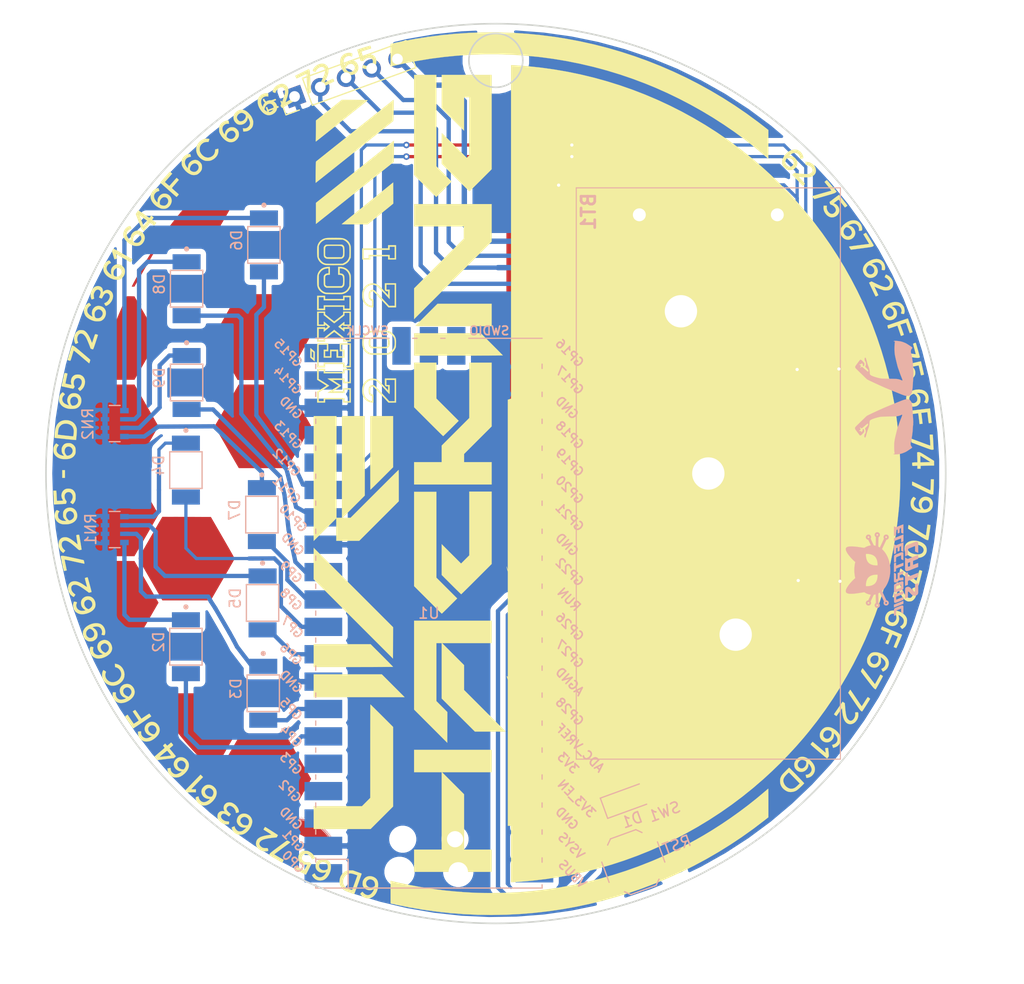
<source format=kicad_pcb>
(kicad_pcb (version 20171130) (host pcbnew "(5.1.10)-1")
  (title_block (title "Live Hacking badge") (date 2021-08-14) (rev v1.0) (company "Electronic Cats") (comment 1 "Eduardo Contreras"))
  (layers (0 Top signal) (31 Bottom signal) (34 B.Paste user) (35 F.Paste user) (36 B.SilkS user) (37 F.SilkS user hide) (38 B.Mask user) (39 F.Mask user) (44 Edge.Cuts user))
  (net 0 "")
  (net 1 +BATT)
  (net 2 "Net-(D1-Pad1)")
  (net 3 GND)
  (net 4 /LED1)
  (net 5 "Net-(D2-Pad1)")
  (net 6 /LED2)
  (net 7 "Net-(D3-Pad1)")
  (net 8 /LED4)
  (net 9 "Net-(D4-Pad1)")
  (net 10 /LED3)
  (net 11 "Net-(D5-Pad1)")
  (net 12 /LED8)
  (net 13 "Net-(D6-Pad1)")
  (net 14 /LED5)
  (net 15 "Net-(D7-Pad1)")
  (net 16 /LED7)
  (net 17 "Net-(D8-Pad1)")
  (net 18 /LED6)
  (net 19 "Net-(D9-Pad1)")
  (net 20 +3V3)
  (net 21 /ADC0)
  (net 22 /GPIO19)
  (net 23 /GPIO18)
  (net 24 /RUN_RESET)
  (net 25 /BTN2)
  (net 26 /BTN1)
  (net 27 "Net-(U1-Pad1)")
  (net 28 "Net-(U1-Pad3)")
  (net 29 "Net-(U1-Pad4)")
  (net 30 "Net-(U1-Pad5)")
  (net 31 "Net-(U1-Pad19)")
  (net 32 "Net-(U1-Pad20)")
  (net 33 "Net-(U1-Pad40)")
  (net 34 "Net-(U1-Pad37)")
  (net 35 "Net-(U1-Pad35)")
  (net 36 "Net-(U1-Pad34)")
  (net 37 "Net-(U1-Pad33)")
  (net 38 "Net-(U1-Pad32)")
  (net 39 "Net-(U1-Pad29)")
  (net 40 "Net-(U1-Pad27)")
  (net 41 "Net-(U1-Pad26)")
  (net 42 "Net-(U1-Pad22)")
  (net 43 "Net-(U1-Pad21)")
  (net 44 "Net-(U1-Pad41)")
  (net 45 "Net-(U1-Pad42)")
  (net 46 "Net-(U1-Pad43)")
  (module Badge-LiveHacking:12BH423GR (layer Bottom) (at 179.6105 57.999 90)
    (fp_text reference BT1 (at 0.299 -17.5105 90) (layer B.SilkS) (effects (font (size 1.27 1.27) (thickness 0.254)) (justify mirror)))
    (fp_text value Battery_Cell hide)
    (pad 5 thru_hole circle (at -38.95 -3.86 90) (size 4.5 4.5) (drill 3) (layers *.Cu *.Mask))
    (pad 4 thru_hole circle (at -8.95 -8.94 90) (size 4.5 4.5) (drill 3) (layers *.Cu *.Mask))
    (pad 3 thru_hole circle (at -24 -6.4 90) (size 4.5 4.5) (drill 3) (layers *.Cu *.Mask))
    (pad 1 thru_hole circle (at 0 -12.8 90) (size 1.8 1.8) (drill 1.2) (layers *.Cu *.Mask) (net 1 +BATT))
    (pad 2 thru_hole circle (at 0 0 90) (size 1.8 1.8) (drill 1.2) (layers *.Cu *.Mask) (net 3 GND))
  )
  (module Diode_SMD:D_SOD-123F (layer Bottom) (at 165.6 112.3 20)
    (fp_text reference D1 (at -0.127 1.905 200) (layer B.SilkS) (effects (justify mirror)))
    (fp_text value MBR120)
    (pad 2 smd rect (at 1.4 0 20) (size 1.1 1.1) (layers Bottom B.Paste B.Mask) (net 1 +BATT))
    (pad 1 smd rect (at -1.4 0 20) (size 1.1 1.1) (layers Bottom B.Paste B.Mask) (net 2 "Net-(D1-Pad1)"))
  )
  (module Badge-LiveHacking:RPi_Pico_SMD_TH (layer Bottom) (at 147.289 94.956)
    (fp_text reference U1 (at 0 0 180) (layer B.SilkS) (effects (justify mirror)))
    (fp_text value Pico)
    (fp_text user GP1 (at -12.564 21.094 -225) (layer B.SilkS) (effects (font (size 0.8 0.8)) (justify mirror)))
    (fp_text user GP2 (at -12.9 16.51 -225) (layer B.SilkS) (effects (font (size 0.8 0.8)) (justify mirror)))
    (fp_text user GP0 (at -12.589 23.069 -225) (layer B.SilkS) (effects (font (size 0.8 0.8)) (justify mirror)))
    (fp_text user GP3 (at -12.8 13.97 -225) (layer B.SilkS) (effects (font (size 0.8 0.8)) (justify mirror)))
    (fp_text user GP4 (at -12.8 11.43 -225) (layer B.SilkS) (effects (font (size 0.8 0.8)) (justify mirror)))
    (fp_text user GP5 (at -12.8 8.89 -225) (layer B.SilkS) (effects (font (size 0.8 0.8)) (justify mirror)))
    (fp_text user GP6 (at -12.8 3.81 -225) (layer B.SilkS) (effects (font (size 0.8 0.8)) (justify mirror)))
    (fp_text user GP7 (at -12.7 1.3 -225) (layer B.SilkS) (effects (font (size 0.8 0.8)) (justify mirror)))
    (fp_text user GP8 (at -12.8 -1.27 -225) (layer B.SilkS) (effects (font (size 0.8 0.8)) (justify mirror)))
    (fp_text user GP9 (at -12.8 -3.81 -225) (layer B.SilkS) (effects (font (size 0.8 0.8)) (justify mirror)))
    (fp_text user GP10 (at -12.589 -8.806 -225) (layer B.SilkS) (effects (font (size 0.8 0.8)) (justify mirror)))
    (fp_text user GP11 (at -13.2 -11.43 -225) (layer B.SilkS) (effects (font (size 0.8 0.8)) (justify mirror)))
    (fp_text user GP12 (at -13.2 -13.97 -225) (layer B.SilkS) (effects (font (size 0.8 0.8)) (justify mirror)))
    (fp_text user GP13 (at -13.054 -16.51 -225) (layer B.SilkS) (effects (font (size 0.8 0.8)) (justify mirror)))
    (fp_text user GP14 (at -13.1 -21.59 -225) (layer B.SilkS) (effects (font (size 0.8 0.8)) (justify mirror)))
    (fp_text user GP15 (at -13.054 -24.13 -225) (layer B.SilkS) (effects (font (size 0.8 0.8)) (justify mirror)))
    (fp_text user GP16 (at 13.054 -24.13 -225) (layer B.SilkS) (effects (font (size 0.8 0.8)) (justify mirror)))
    (fp_text user GP17 (at 13.054 -21.59 -225) (layer B.SilkS) (effects (font (size 0.8 0.8)) (justify mirror)))
    (fp_text user GP18 (at 13.054 -16.51 -225) (layer B.SilkS) (effects (font (size 0.8 0.8)) (justify mirror)))
    (fp_text user GP19 (at 13.054 -13.97 -225) (layer B.SilkS) (effects (font (size 0.8 0.8)) (justify mirror)))
    (fp_text user GP20 (at 13.054 -11.43 -225) (layer B.SilkS) (effects (font (size 0.8 0.8)) (justify mirror)))
    (fp_text user GP21 (at 13.054 -8.9 -225) (layer B.SilkS) (effects (font (size 0.8 0.8)) (justify mirror)))
    (fp_text user GP22 (at 13.054 -3.81 -225) (layer B.SilkS) (effects (font (size 0.8 0.8)) (justify mirror)))
    (fp_text user RUN (at 13 -1.27 -225) (layer B.SilkS) (effects (font (size 0.8 0.8)) (justify mirror)))
    (fp_text user GP26 (at 13.054 1.27 -225) (layer B.SilkS) (effects (font (size 0.8 0.8)) (justify mirror)))
    (fp_text user GP27 (at 13.054 3.8 -225) (layer B.SilkS) (effects (font (size 0.8 0.8)) (justify mirror)))
    (fp_text user GP28 (at 13.054 9.144 -225) (layer B.SilkS) (effects (font (size 0.8 0.8)) (justify mirror)))
    (fp_text user ADC_VREF (at 14 12.5 -225) (layer B.SilkS) (effects (font (size 0.8 0.8)) (justify mirror)))
    (fp_text user 3V3 (at 12.9 13.9 -225) (layer B.SilkS) (effects (font (size 0.8 0.8)) (justify mirror)))
    (fp_text user 3V3_EN (at 13.7 17.2 -225) (layer B.SilkS) (effects (font (size 0.8 0.8)) (justify mirror)))
    (fp_text user VSYS (at 13.2 21.59 -225) (layer B.SilkS) (effects (font (size 0.8 0.8)) (justify mirror)))
    (fp_text user VBUS (at 13.3 24.2 -225) (layer B.SilkS) (effects (font (size 0.8 0.8)) (justify mirror)))
    (fp_text user GND (at -12.8 19.05 -225) (layer B.SilkS) (effects (font (size 0.8 0.8)) (justify mirror)))
    (fp_text user GND (at -12.8 6.35 -225) (layer B.SilkS) (effects (font (size 0.8 0.8)) (justify mirror)))
    (fp_text user GND (at -12.639 -6.406 -225) (layer B.SilkS) (effects (font (size 0.8 0.8)) (justify mirror)))
    (fp_text user GND (at -12.8 -19.05 -225) (layer B.SilkS) (effects (font (size 0.8 0.8)) (justify mirror)))
    (fp_text user GND (at 12.8 -19.05 -225) (layer B.SilkS) (effects (font (size 0.8 0.8)) (justify mirror)))
    (fp_text user GND (at 12.8 -6.35 -225) (layer B.SilkS) (effects (font (size 0.8 0.8)) (justify mirror)))
    (fp_text user GND (at 12.8 19.05 -225) (layer B.SilkS) (effects (font (size 0.8 0.8)) (justify mirror)))
    (fp_text user AGND (at 13.054 6.35 -225) (layer B.SilkS) (effects (font (size 0.8 0.8)) (justify mirror)))
    (fp_text user SWCLK (at -5.7 -26.2 180) (layer B.SilkS) (effects (font (size 0.8 0.8)) (justify mirror)))
    (fp_text user SWDIO (at 5.6 -26.2 180) (layer B.SilkS) (effects (font (size 0.8 0.8)) (justify mirror)))
    (pad 1 smd rect (at -8.89 24.13) (size 3.5 1.7) (drill (offset -0.9 0)) (layers Bottom B.Mask) (net 27 "Net-(U1-Pad1)"))
    (pad 2 smd rect (at -8.89 21.59) (size 3.5 1.7) (drill (offset -0.9 0)) (layers Bottom B.Mask) (net 3 GND))
    (pad 3 smd rect (at -8.89 19.05) (size 3.5 1.7) (drill (offset -0.9 0)) (layers Bottom B.Mask) (net 28 "Net-(U1-Pad3)"))
    (pad 4 smd rect (at -8.89 16.51) (size 3.5 1.7) (drill (offset -0.9 0)) (layers Bottom B.Mask) (net 29 "Net-(U1-Pad4)"))
    (pad 5 smd rect (at -8.89 13.97) (size 3.5 1.7) (drill (offset -0.9 0)) (layers Bottom B.Mask) (net 30 "Net-(U1-Pad5)"))
    (pad 6 smd rect (at -8.89 11.43) (size 3.5 1.7) (drill (offset -0.9 0)) (layers Bottom B.Mask) (net 4 /LED1))
    (pad 7 smd rect (at -8.89 8.89) (size 3.5 1.7) (drill (offset -0.9 0)) (layers Bottom B.Mask) (net 6 /LED2))
    (pad 8 smd rect (at -8.89 6.35) (size 3.5 1.7) (drill (offset -0.9 0)) (layers Bottom B.Mask) (net 3 GND))
    (pad 9 smd rect (at -8.89 3.81) (size 3.5 1.7) (drill (offset -0.9 0)) (layers Bottom B.Mask) (net 10 /LED3))
    (pad 10 smd rect (at -8.89 1.27) (size 3.5 1.7) (drill (offset -0.9 0)) (layers Bottom B.Mask) (net 8 /LED4))
    (pad 11 smd rect (at -8.89 -1.27) (size 3.5 1.7) (drill (offset -0.9 0)) (layers Bottom B.Mask) (net 14 /LED5))
    (pad 12 smd rect (at -8.89 -3.81) (size 3.5 1.7) (drill (offset -0.9 0)) (layers Bottom B.Mask) (net 18 /LED6))
    (pad 13 smd rect (at -8.89 -6.35) (size 3.5 1.7) (drill (offset -0.9 0)) (layers Bottom B.Mask) (net 3 GND))
    (pad 14 smd rect (at -8.89 -8.89) (size 3.5 1.7) (drill (offset -0.9 0)) (layers Bottom B.Mask) (net 16 /LED7))
    (pad 15 smd rect (at -8.89 -11.43) (size 3.5 1.7) (drill (offset -0.9 0)) (layers Bottom B.Mask) (net 12 /LED8))
    (pad 16 smd rect (at -8.89 -13.97) (size 3.5 1.7) (drill (offset -0.9 0)) (layers Bottom B.Mask) (net 25 /BTN2))
    (pad 17 smd rect (at -8.89 -16.51) (size 3.5 1.7) (drill (offset -0.9 0)) (layers Bottom B.Mask) (net 26 /BTN1))
    (pad 18 smd rect (at -8.89 -19.05) (size 3.5 1.7) (drill (offset -0.9 0)) (layers Bottom B.Mask) (net 3 GND))
    (pad 19 smd rect (at -8.89 -21.59) (size 3.5 1.7) (drill (offset -0.9 0)) (layers Bottom B.Mask) (net 31 "Net-(U1-Pad19)"))
    (pad 20 smd rect (at -8.89 -24.13) (size 3.5 1.7) (drill (offset -0.9 0)) (layers Bottom B.Mask) (net 32 "Net-(U1-Pad20)"))
    (pad 40 smd rect (at 8.89 24.13) (size 3.5 1.7) (drill (offset 0.9 0)) (layers Bottom B.Mask) (net 33 "Net-(U1-Pad40)"))
    (pad 39 smd rect (at 8.89 21.59) (size 3.5 1.7) (drill (offset 0.9 0)) (layers Bottom B.Mask) (net 2 "Net-(D1-Pad1)"))
    (pad 38 smd rect (at 8.89 19.05) (size 3.5 1.7) (drill (offset 0.9 0)) (layers Bottom B.Mask) (net 3 GND))
    (pad 37 smd rect (at 8.89 16.51) (size 3.5 1.7) (drill (offset 0.9 0)) (layers Bottom B.Mask) (net 34 "Net-(U1-Pad37)"))
    (pad 36 smd rect (at 8.89 13.97) (size 3.5 1.7) (drill (offset 0.9 0)) (layers Bottom B.Mask) (net 20 +3V3))
    (pad 35 smd rect (at 8.89 11.43) (size 3.5 1.7) (drill (offset 0.9 0)) (layers Bottom B.Mask) (net 35 "Net-(U1-Pad35)"))
    (pad 34 smd rect (at 8.89 8.89) (size 3.5 1.7) (drill (offset 0.9 0)) (layers Bottom B.Mask) (net 36 "Net-(U1-Pad34)"))
    (pad 33 smd rect (at 8.89 6.35) (size 3.5 1.7) (drill (offset 0.9 0)) (layers Bottom B.Mask) (net 37 "Net-(U1-Pad33)"))
    (pad 32 smd rect (at 8.89 3.81) (size 3.5 1.7) (drill (offset 0.9 0)) (layers Bottom B.Mask) (net 38 "Net-(U1-Pad32)"))
    (pad 31 smd rect (at 8.89 1.27) (size 3.5 1.7) (drill (offset 0.9 0)) (layers Bottom B.Mask) (net 21 /ADC0))
    (pad 30 smd rect (at 8.89 -1.27) (size 3.5 1.7) (drill (offset 0.9 0)) (layers Bottom B.Mask) (net 24 /RUN_RESET))
    (pad 29 smd rect (at 8.89 -3.81) (size 3.5 1.7) (drill (offset 0.9 0)) (layers Bottom B.Mask) (net 39 "Net-(U1-Pad29)"))
    (pad 28 smd rect (at 8.89 -6.35) (size 3.5 1.7) (drill (offset 0.9 0)) (layers Bottom B.Mask) (net 3 GND))
    (pad 27 smd rect (at 8.89 -8.89) (size 3.5 1.7) (drill (offset 0.9 0)) (layers Bottom B.Mask) (net 40 "Net-(U1-Pad27)"))
    (pad 26 smd rect (at 8.89 -11.43) (size 3.5 1.7) (drill (offset 0.9 0)) (layers Bottom B.Mask) (net 41 "Net-(U1-Pad26)"))
    (pad 25 smd rect (at 8.89 -13.97) (size 3.5 1.7) (drill (offset 0.9 0)) (layers Bottom B.Mask) (net 22 /GPIO19))
    (pad 24 smd rect (at 8.89 -16.51) (size 3.5 1.7) (drill (offset 0.9 0)) (layers Bottom B.Mask) (net 23 /GPIO18))
    (pad 23 smd rect (at 8.89 -19.05) (size 3.5 1.7) (drill (offset 0.9 0)) (layers Bottom B.Mask) (net 3 GND))
    (pad 22 smd rect (at 8.89 -21.59) (size 3.5 1.7) (drill (offset 0.9 0)) (layers Bottom B.Mask) (net 42 "Net-(U1-Pad22)"))
    (pad 21 smd rect (at 8.89 -24.13) (size 3.5 1.7) (drill (offset 0.9 0)) (layers Bottom B.Mask) (net 43 "Net-(U1-Pad21)"))
    (pad "" np_thru_hole oval (at -2.725 24) (size 1.8 1.8) (drill 1.8) (layers *.Cu *.Mask))
    (pad "" np_thru_hole oval (at 2.725 24) (size 1.8 1.8) (drill 1.8) (layers *.Cu *.Mask))
    (pad "" np_thru_hole oval (at -2.425 20.97) (size 1.5 1.5) (drill 1.5) (layers *.Cu *.Mask))
    (pad "" np_thru_hole oval (at 2.425 20.97) (size 1.5 1.5) (drill 1.5) (layers *.Cu *.Mask))
    (pad 41 smd rect (at -2.54 -23.9 270) (size 3.5 1.7) (drill (offset -0.9 0)) (layers Bottom B.Mask) (net 44 "Net-(U1-Pad41)"))
    (pad 42 smd rect (at 0 -23.9 270) (size 3.5 1.7) (drill (offset -0.9 0)) (layers Bottom B.Mask) (net 45 "Net-(U1-Pad42)"))
    (pad 43 smd rect (at 2.54 -23.9 270) (size 3.5 1.7) (drill (offset -0.9 0)) (layers Bottom B.Mask) (net 46 "Net-(U1-Pad43)"))
  )
  (module Resistor_SMD:R_Array_Convex_4x0603 (layer Bottom) (at 118.1425 77.3665)
    (fp_text reference RN2 (at -2.4925 0.0335 -90) (layer B.SilkS) (effects (justify mirror)))
    (fp_text value R_Pack04)
    (pad 5 smd rect (at 0.9 -1.2) (size 0.8 0.5) (layers Bottom B.Paste B.Mask) (net 13 "Net-(D6-Pad1)"))
    (pad 6 smd rect (at 0.9 -0.4) (size 0.8 0.4) (layers Bottom B.Paste B.Mask) (net 17 "Net-(D8-Pad1)"))
    (pad 8 smd rect (at 0.9 1.2) (size 0.8 0.5) (layers Bottom B.Paste B.Mask) (net 15 "Net-(D7-Pad1)"))
    (pad 7 smd rect (at 0.9 0.4) (size 0.8 0.4) (layers Bottom B.Paste B.Mask) (net 19 "Net-(D9-Pad1)"))
    (pad 4 smd rect (at -0.9 -1.2) (size 0.8 0.5) (layers Bottom B.Paste B.Mask) (net 3 GND))
    (pad 2 smd rect (at -0.9 0.4) (size 0.8 0.4) (layers Bottom B.Paste B.Mask) (net 3 GND))
    (pad 3 smd rect (at -0.9 -0.4) (size 0.8 0.4) (layers Bottom B.Paste B.Mask) (net 3 GND))
    (pad 1 smd rect (at -0.9 1.2) (size 0.8 0.5) (layers Bottom B.Paste B.Mask) (net 3 GND))
  )
  (module Resistor_SMD:R_Array_Convex_4x0603 (layer Bottom) (at 118.1425 87.2)
    (fp_text reference RN1 (at -2.225 -0.025 -90) (layer B.SilkS) (effects (justify mirror)))
    (fp_text value R_Pack04)
    (pad 5 smd rect (at 0.9 -1.2) (size 0.8 0.5) (layers Bottom B.Paste B.Mask) (net 9 "Net-(D4-Pad1)"))
    (pad 6 smd rect (at 0.9 -0.4) (size 0.8 0.4) (layers Bottom B.Paste B.Mask) (net 11 "Net-(D5-Pad1)"))
    (pad 8 smd rect (at 0.9 1.2) (size 0.8 0.5) (layers Bottom B.Paste B.Mask) (net 5 "Net-(D2-Pad1)"))
    (pad 7 smd rect (at 0.9 0.4) (size 0.8 0.4) (layers Bottom B.Paste B.Mask) (net 7 "Net-(D3-Pad1)"))
    (pad 4 smd rect (at -0.9 -1.2) (size 0.8 0.5) (layers Bottom B.Paste B.Mask) (net 3 GND))
    (pad 2 smd rect (at -0.9 0.4) (size 0.8 0.4) (layers Bottom B.Paste B.Mask) (net 3 GND))
    (pad 3 smd rect (at -0.9 -0.4) (size 0.8 0.4) (layers Bottom B.Paste B.Mask) (net 3 GND))
    (pad 1 smd rect (at -0.9 1.2) (size 0.8 0.5) (layers Bottom B.Paste B.Mask) (net 3 GND))
  )
  (module Button_Switch_SMD:SW_SPST_TL3342 (layer Top) (at 183.5 96.6705 90)
    (fp_text reference SW3 (at 0 -3.75 90) (layer F.SilkS))
    (fp_text value SW_Push)
    (pad 2 smd rect (at 3.15 1.9 90) (size 1.7 1) (layers Top F.Paste F.Mask) (net 3 GND))
    (pad 2 smd rect (at -3.15 1.9 90) (size 1.7 1) (layers Top F.Paste F.Mask) (net 3 GND))
    (pad 1 smd rect (at 3.15 -1.9 90) (size 1.7 1) (layers Top F.Paste F.Mask) (net 26 /BTN1))
    (pad 1 smd rect (at -3.15 -1.9 90) (size 1.7 1) (layers Top F.Paste F.Mask) (net 26 /BTN1))
  )
  (module Button_Switch_SMD:SW_SPST_TL3342 (layer Top) (at 183.5 67.3335 90)
    (fp_text reference SW2 (at 0 -3.75 90) (layer F.SilkS))
    (fp_text value SW_Push)
    (pad 2 smd rect (at 3.15 1.9 90) (size 1.7 1) (layers Top F.Paste F.Mask) (net 3 GND))
    (pad 2 smd rect (at -3.15 1.9 90) (size 1.7 1) (layers Top F.Paste F.Mask) (net 3 GND))
    (pad 1 smd rect (at 3.15 -1.9 90) (size 1.7 1) (layers Top F.Paste F.Mask) (net 25 /BTN2))
    (pad 1 smd rect (at -3.15 -1.9 90) (size 1.7 1) (layers Top F.Paste F.Mask) (net 25 /BTN2))
  )
  (module Button_Switch_SMD:SW_SPST_TL3342 (layer Bottom) (at 166.25 118.05 200)
    (fp_text reference SW1 (at -4.324053 3.401205 20) (layer B.SilkS) (effects (justify mirror)))
    (fp_text value RST (at -4.352987 0.118327 20) (layer B.SilkS) (effects (justify mirror)))
    (pad 2 smd rect (at 3.15 -1.9 200) (size 1.7 1) (layers Bottom B.Paste B.Mask) (net 3 GND))
    (pad 2 smd rect (at -3.15 -1.9 200) (size 1.7 1) (layers Bottom B.Paste B.Mask) (net 3 GND))
    (pad 1 smd rect (at 3.15 1.9 200) (size 1.7 1) (layers Bottom B.Paste B.Mask) (net 24 /RUN_RESET))
    (pad 1 smd rect (at -3.15 1.9 200) (size 1.7 1) (layers Bottom B.Paste B.Mask) (net 24 /RUN_RESET))
  )
  (module Connector_PinHeader_2.54mm:PinHeader_1x05_P2.54mm_Vertical (layer Top) (at 134.825 47.025 110)
    (fp_text reference J1 (at 0 -2.33 110) (layer F.SilkS))
    (fp_text value Conn_01x05)
    (pad 5 thru_hole oval (at 0 10.16 110) (size 1.7 1.7) (drill 1) (layers *.Cu *.Mask) (net 20 +3V3))
    (pad 4 thru_hole oval (at 0 7.62 110) (size 1.7 1.7) (drill 1) (layers *.Cu *.Mask) (net 21 /ADC0))
    (pad 3 thru_hole oval (at 0 5.08 110) (size 1.7 1.7) (drill 1) (layers *.Cu *.Mask) (net 22 /GPIO19))
    (pad 2 thru_hole oval (at 0 2.54 110) (size 1.7 1.7) (drill 1) (layers *.Cu *.Mask) (net 23 /GPIO18))
    (pad 1 thru_hole rect (at 0 0 110) (size 1.7 1.7) (drill 1) (layers *.Cu *.Mask) (net 3 GND))
  )
  (module Badge-LiveHacking:LYT77K-K2M1-NoHole (layer Bottom) (at 124.81 73.5565 270)
    (fp_text reference D9 (at -0.43011 2.5356 90) (layer B.SilkS) (effects (justify mirror)))
    (fp_text value LED)
    (pad 2 smd rect (at 2.5 0 270) (size 1.4 2.6) (layers Bottom B.Paste B.Mask) (net 18 /LED6))
    (pad 1 smd rect (at -2.5 0 270) (size 1.4 2.6) (layers Bottom B.Paste B.Mask) (net 19 "Net-(D9-Pad1)"))
  )
  (module Badge-LiveHacking:LYT77K-K2M1-NoHole (layer Bottom) (at 124.81 64.857 270)
    (fp_text reference D8 (at -0.43011 2.5356 90) (layer B.SilkS) (effects (justify mirror)))
    (fp_text value LED)
    (pad 2 smd rect (at 2.5 0 270) (size 1.4 2.6) (layers Bottom B.Paste B.Mask) (net 16 /LED7))
    (pad 1 smd rect (at -2.5 0 270) (size 1.4 2.6) (layers Bottom B.Paste B.Mask) (net 17 "Net-(D8-Pad1)"))
  )
  (module Badge-LiveHacking:LYT77K-K2M1-NoHole (layer Bottom) (at 131.795 85.812 270)
    (fp_text reference D7 (at -0.43011 2.5356 90) (layer B.SilkS) (effects (justify mirror)))
    (fp_text value LED)
    (pad 2 smd rect (at 2.5 0 270) (size 1.4 2.6) (layers Bottom B.Paste B.Mask) (net 14 /LED5))
    (pad 1 smd rect (at -2.5 0 270) (size 1.4 2.6) (layers Bottom B.Paste B.Mask) (net 15 "Net-(D7-Pad1)"))
  )
  (module Badge-LiveHacking:LYT77K-K2M1-NoHole (layer Bottom) (at 131.9855 60.793 270)
    (fp_text reference D6 (at -0.43011 2.5356 90) (layer B.SilkS) (effects (justify mirror)))
    (fp_text value LED)
    (pad 2 smd rect (at 2.5 0 270) (size 1.4 2.6) (layers Bottom B.Paste B.Mask) (net 12 /LED8))
    (pad 1 smd rect (at -2.5 0 270) (size 1.4 2.6) (layers Bottom B.Paste B.Mask) (net 13 "Net-(D6-Pad1)"))
  )
  (module Badge-LiveHacking:LYT77K-K2M1-NoHole (layer Bottom) (at 131.8585 94.0035 270)
    (fp_text reference D5 (at -0.43011 2.5356 90) (layer B.SilkS) (effects (justify mirror)))
    (fp_text value LED)
    (pad 2 smd rect (at 2.5 0 270) (size 1.4 2.6) (layers Bottom B.Paste B.Mask) (net 10 /LED3))
    (pad 1 smd rect (at -2.5 0 270) (size 1.4 2.6) (layers Bottom B.Paste B.Mask) (net 11 "Net-(D5-Pad1)"))
  )
  (module Badge-LiveHacking:LYT77K-K2M1-NoHole (layer Bottom) (at 124.7465 81.6845 270)
    (fp_text reference D4 (at -0.43011 2.5356 90) (layer B.SilkS) (effects (justify mirror)))
    (fp_text value LED)
    (pad 2 smd rect (at 2.5 0 270) (size 1.4 2.6) (layers Bottom B.Paste B.Mask) (net 8 /LED4))
    (pad 1 smd rect (at -2.5 0 270) (size 1.4 2.6) (layers Bottom B.Paste B.Mask) (net 9 "Net-(D4-Pad1)"))
  )
  (module Badge-LiveHacking:LYT77K-K2M1-NoHole (layer Bottom) (at 131.922 102.3855 270)
    (fp_text reference D3 (at -0.43011 2.5356 90) (layer B.SilkS) (effects (justify mirror)))
    (fp_text value LED)
    (pad 2 smd rect (at 2.5 0 270) (size 1.4 2.6) (layers Bottom B.Paste B.Mask) (net 6 /LED2))
    (pad 1 smd rect (at -2.5 0 270) (size 1.4 2.6) (layers Bottom B.Paste B.Mask) (net 7 "Net-(D3-Pad1)"))
  )
  (module Badge-LiveHacking:LYT77K-K2M1-NoHole (layer Bottom) (at 124.7465 98.0675 270)
    (fp_text reference D2 (at -0.43011 2.5356 90) (layer B.SilkS) (effects (justify mirror)))
    (fp_text value LED)
    (pad 2 smd rect (at 2.5 0 270) (size 1.4 2.6) (layers Bottom B.Paste B.Mask) (net 4 /LED1))
    (pad 1 smd rect (at -2.5 0 270) (size 1.4 2.6) (layers Bottom B.Paste B.Mask) (net 5 "Net-(D2-Pad1)"))
  )
  (module Aesthetics:mercadolibre (layer Bottom) (at 190.7865 74.89 270)
    (fp_text reference G*** hide)
    (fp_text value LOGO hide)
  )
  (module Aesthetics:electronic_cats_logo_8x6 (layer Bottom) (at 189.326 90.9555 270)
    (fp_text reference G*** hide)
    (fp_text value LOGO hide)
  )
  (module ML_LiveHacking_MLM (layer Top) (at 153.0675 82.002)
    (fp_text reference Ref** hide)
    (fp_text value Val** hide)
    (fp_poly (pts (xy -18.659789 -32.804853) (xy -18.643937 -32.780033) (xy -18.609258 -32.722024) (xy -18.557549 -32.633968) (xy -18.490607 -32.519006) (xy -18.410227 -32.38028) (xy -18.318206 -32.220932) (xy -18.216339 -32.044103) (xy -18.106424 -31.852936) (xy -17.990256 -31.650572) (xy -17.869632 -31.440151) (xy -17.746348 -31.224817) (xy -17.622199 -31.007711) (xy -17.498984 -30.791974) (xy -17.378496 -30.580749) (xy -17.262534 -30.377176) (xy -17.152893 -30.184397) (xy -17.051369 -30.005555) (xy -16.959758 -29.843791) (xy -16.879858 -29.702245) (xy -16.813463 -29.584061) (xy -16.762371 -29.49238) (xy -16.728377 -29.430343) (xy -16.713278 -29.401093) (xy -16.712666 -29.399296) (xy -16.723038 -29.376811) (xy -16.753247 -29.32015) (xy -16.801903 -29.231762) (xy -16.867615 -29.114096) (xy -16.948992 -28.969604) (xy -17.044645 -28.800734) (xy -17.153183 -28.609936) (xy -17.273215 -28.399661) (xy -17.403351 -28.172358) (xy -17.5422 -27.930476) (xy -17.688373 -27.676467) (xy -17.820908 -27.446671) (xy -18.92922 -25.527) (xy -21.175068 -25.527407) (xy -23.420917 -25.527814) (xy -24.16175 -26.811168) (xy -24.286042 -27.026556) (xy -24.404798 -27.232499) (xy -24.516213 -27.425858) (xy -24.618483 -27.603491) (xy -24.709802 -27.762261) (xy -24.788364 -27.899026) (xy -24.852365 -28.010648) (xy -24.9 -28.093987) (xy -24.929463 -28.145903) (xy -24.938116 -28.161501) (xy -24.973649 -28.22848) (xy -24.6312 -28.526717) (xy -23.813302 -29.221308) (xy -22.995531 -29.879765) (xy -22.1705 -30.507614) (xy -21.33082 -31.110383) (xy -20.469104 -31.693598) (xy -19.947669 -32.030568) (xy -19.837171 -32.100187) (xy -19.711861 -32.178132) (xy -19.576356 -32.261628) (xy -19.435272 -32.347899) (xy -19.293227 -32.434169) (xy -19.154838 -32.517662) (xy -19.02472 -32.595603) (xy -18.907493 -32.665217) (xy -18.807771 -32.723726) (xy -18.730172 -32.768357) (xy -18.679313 -32.796332) (xy -18.659811 -32.804877) (xy -18.659789 -32.804853)) (layer Top) (width 0.01))
    (fp_poly (pts (xy -25.286665 -27.916568) (xy -25.267439 -27.887058) (xy -25.230109 -27.825231) (xy -25.176726 -27.7347) (xy -25.109345 -27.619077) (xy -25.030018 -27.481977) (xy -24.940799 -27.327013) (xy -24.84374 -27.157799) (xy -24.740895 -26.977947) (xy -24.634317 -26.791072) (xy -24.526059 -26.600788) (xy -24.418174 -26.410707) (xy -24.312716 -26.224443) (xy -24.211737 -26.045609) (xy -24.11729 -25.87782) (xy -24.03143 -25.724689) (xy -23.956208 -25.589829) (xy -23.893678 -25.476853) (xy -23.845894 -25.389376) (xy -23.814908 -25.33101) (xy -23.802773 -25.30537) (xy -23.802675 -25.30475) (xy -23.813139 -25.280973) (xy -23.843466 -25.223049) (xy -23.892264 -25.133442) (xy -23.958138 -25.014615) (xy -24.039697 -24.86903) (xy -24.135547 -24.699152) (xy -24.244294 -24.507442) (xy -24.364545 -24.296365) (xy -24.494908 -24.068383) (xy -24.633988 -23.825959) (xy -24.780393 -23.571556) (xy -24.913135 -23.341542) (xy -26.02311 -21.420667) (xy -30.496653 -21.420667) (xy -30.689463 -21.760983) (xy -30.528299 -21.9877) (xy -29.971468 -22.751713) (xy -29.403572 -23.491862) (xy -28.818073 -24.216126) (xy -28.208433 -24.93249) (xy -27.568111 -25.648936) (xy -27.227492 -26.01707) (xy -27.108389 -26.143049) (xy -26.975724 -26.281061) (xy -26.832342 -26.428322) (xy -26.681088 -26.582046) (xy -26.52481 -26.739448) (xy -26.366351 -26.897744) (xy -26.208558 -27.054148) (xy -26.054276 -27.205874) (xy -25.906352 -27.350138) (xy -25.76763 -27.484156) (xy -25.640957 -27.605141) (xy -25.529178 -27.710308) (xy -25.435139 -27.796873) (xy -25.361686 -27.862051) (xy -25.311663 -27.903056) (xy -25.287918 -27.917103) (xy -25.286665 -27.916568)) (layer Top) (width 0.01))
    (fp_poly (pts (xy -30.94319 -21.340826) (xy -30.916387 -21.300175) (xy -30.907823 -21.28594) (xy -30.865798 -21.214713) (xy -31.982627 -19.280398) (xy -33.099455 -17.346083) (xy -33.218478 -17.339736) (xy -33.28298 -17.33825) (xy -33.326203 -17.340999) (xy -33.3375 -17.345556) (xy -33.327249 -17.376451) (xy -33.297864 -17.440273) (xy -33.251394 -17.533297) (xy -33.189889 -17.651798) (xy -33.1154 -17.792051) (xy -33.029976 -17.950332) (xy -32.935668 -18.122915) (xy -32.834526 -18.306077) (xy -32.7286 -18.496092) (xy -32.619939 -18.689235) (xy -32.510594 -18.881783) (xy -32.402615 -19.07001) (xy -32.298053 -19.250191) (xy -32.198956 -19.418602) (xy -32.166386 -19.473333) (xy -32.07812 -19.619884) (xy -31.98073 -19.779311) (xy -31.87658 -19.94793) (xy -31.768033 -20.122057) (xy -31.657451 -20.298008) (xy -31.547197 -20.4721) (xy -31.439635 -20.640648) (xy -31.337126 -20.79997) (xy -31.242035 -20.94638) (xy -31.156724 -21.076196) (xy -31.083556 -21.185733) (xy -31.024894 -21.271307) (xy -30.983101 -21.329236) (xy -30.96054 -21.355834) (xy -30.958032 -21.357167) (xy -30.94319 -21.340826)) (layer Top) (width 0.01))
    (fp_poly (pts (xy -33.447016 -16.441702) (xy -33.098821 -16.435917) (xy -31.982433 -14.502119) (xy -30.866045 -12.568322) (xy -31.143981 -12.086592) (xy -31.200244 -11.989039) (xy -31.275254 -11.858924) (xy -31.366636 -11.70037) (xy -31.472014 -11.517501) (xy -31.589012 -11.314441) (xy -31.715253 -11.095314) (xy -31.848363 -10.864244) (xy -31.985964 -10.625355) (xy -32.125681 -10.382771) (xy -32.258 -10.153011) (xy -33.094083 -8.70116) (xy -36.528271 -8.6995) (xy -36.456465 -9.001125) (xy -36.247728 -9.8253) (xy -36.009409 -10.67056) (xy -35.743858 -11.530201) (xy -35.453427 -12.397515) (xy -35.140467 -13.265798) (xy -34.807329 -14.128343) (xy -34.456363 -14.978445) (xy -34.089921 -15.809398) (xy -34.003652 -15.997202) (xy -33.79521 -16.447488) (xy -33.447016 -16.441702)) (layer Top) (width 0.01))
    (fp_poly (pts (xy -17.926056 -14.663208) (xy -17.776131 -14.396177) (xy -17.632172 -14.139322) (xy -17.495525 -13.895069) (xy -17.367535 -13.665845) (xy -17.249551 -13.454078) (xy -17.142918 -13.262193) (xy -17.048984 -13.092619) (xy -16.969094 -12.947781) (xy -16.904596 -12.830107) (xy -16.856836 -12.742024) (xy -16.827161 -12.685958) (xy -16.816917 -12.664337) (xy -16.816917 -12.664323) (xy -16.827076 -12.642838) (xy -16.856659 -12.586887) (xy -16.90432 -12.498894) (xy -16.968718 -12.381284) (xy -17.048507 -12.236481) (xy -17.142343 -12.066909) (xy -17.248885 -11.874991) (xy -17.366786 -11.663153) (xy -17.494704 -11.433818) (xy -17.631296 -11.18941) (xy -17.775216 -10.932354) (xy -17.925122 -10.665073) (xy -17.928167 -10.659649) (xy -19.039417 -8.680067) (xy -23.515191 -8.678333) (xy -23.545085 -8.725958) (xy -23.559358 -8.750607) (xy -23.592951 -8.809685) (xy -23.644465 -8.900708) (xy -23.712498 -9.021187) (xy -23.795652 -9.168639) (xy -23.892525 -9.340577) (xy -24.001717 -9.534514) (xy -24.121829 -9.747965) (xy -24.25146 -9.978444) (xy -24.38921 -10.223466) (xy -24.533679 -10.480543) (xy -24.667846 -10.71938) (xy -25.760713 -12.665176) (xy -23.526831 -16.637) (xy -19.035194 -16.637) (xy -17.926056 -14.663208)) (layer Top) (width 0.01))
    (fp_poly (pts (xy 1.545167 -25.696333) (xy 1.793875 -25.696041) (xy 2.066294 -25.691846) (xy 2.365521 -25.680427) (xy 2.679989 -25.66263) (xy 2.998132 -25.639299) (xy 3.308381 -25.611281) (xy 3.59917 -25.579422) (xy 3.852333 -25.545553) (xy 4.207385 -25.488353) (xy 4.537088 -25.425623) (xy 4.858383 -25.353677) (xy 5.188216 -25.268824) (xy 5.410544 -25.206351) (xy 5.709338 -25.120014) (xy 5.806594 -24.693799) (xy 5.919424 -24.176343) (xy 6.014422 -23.689332) (xy 6.092693 -23.225348) (xy 6.155339 -22.776975) (xy 6.203465 -22.336794) (xy 6.238172 -21.897389) (xy 6.248319 -21.724459) (xy 6.258967 -21.402909) (xy 6.257368 -21.081058) (xy 6.244037 -20.767162) (xy 6.219491 -20.46948) (xy 6.184246 -20.196269) (xy 6.138818 -19.955786) (xy 6.1374 -19.949583) (xy 6.131621 -19.926821) (xy 6.12366 -19.904625) (xy 6.111128 -19.880552) (xy 6.091638 -19.852162) (xy 6.062801 -19.817012) (xy 6.022228 -19.77266) (xy 5.967531 -19.716664) (xy 5.896322 -19.646583) (xy 5.806213 -19.559975) (xy 5.694814 -19.454396) (xy 5.559738 -19.327407) (xy 5.398595 -19.176564) (xy 5.208999 -18.999425) (xy 5.198302 -18.989436) (xy 4.283531 -18.135121) (xy 4.300334 -18.005186) (xy 4.304329 -17.972673) (xy 4.313113 -17.89998) (xy 4.326463 -17.788963) (xy 4.344159 -17.641477) (xy 4.365979 -17.459379) (xy 4.3917 -17.244525) (xy 4.421101 -16.998769) (xy 4.45396 -16.723968) (xy 4.490055 -16.421978) (xy 4.529166 -16.094654) (xy 4.571069 -15.743852) (xy 4.615543 -15.371428) (xy 4.662366 -14.979238) (xy 4.711317 -14.569138) (xy 4.762174 -14.142983) (xy 4.814715 -13.702629) (xy 4.868718 -13.249932) (xy 4.923961 -12.786748) (xy 4.933028 -12.710721) (xy 4.988262 -12.247732) (xy 5.042215 -11.795836) (xy 5.094669 -11.356832) (xy 5.145408 -10.932517) (xy 5.194217 -10.524689) (xy 5.240878 -10.135145) (xy 5.285176 -9.765685) (xy 5.326895 -9.418105) (xy 5.365818 -9.094204) (xy 5.40173 -8.79578) (xy 5.434413 -8.52463) (xy 5.463651 -8.282552) (xy 5.489229 -8.071345) (xy 5.510931 -7.892805) (xy 5.528539 -7.748732) (xy 5.541838 -7.640923) (xy 5.550611 -7.571176) (xy 5.554643 -7.541288) (xy 5.554867 -7.540244) (xy 5.57757 -7.539976) (xy 5.634293 -7.54463) (xy 5.71714 -7.553217) (xy 5.818213 -7.564744) (xy 5.929614 -7.578222) (xy 6.043447 -7.592659) (xy 6.151813 -7.607066) (xy 6.246815 -7.62045) (xy 6.320555 -7.631822) (xy 6.365137 -7.64019) (xy 6.374181 -7.64303) (xy 6.375379 -7.658379) (xy 6.373071 -7.70139) (xy 6.367159 -7.772926) (xy 6.357545 -7.873845) (xy 6.34413 -8.005009) (xy 6.326816 -8.167277) (xy 6.305507 -8.36151) (xy 6.280103 -8.588568) (xy 6.250506 -8.849312) (xy 6.216619 -9.144602) (xy 6.178343 -9.475299) (xy 6.13558 -9.842262) (xy 6.088233 -10.246352) (xy 6.036202 -10.68843) (xy 5.979391 -11.169355) (xy 5.917701 -11.689988) (xy 5.851034 -12.25119) (xy 5.802298 -12.660698) (xy 5.747913 -13.117278) (xy 5.69477 -13.563254) (xy 5.643093 -13.996766) (xy 5.593103 -14.415952) (xy 5.545023 -14.818953) (xy 5.499076 -15.203909) (xy 5.455484 -15.568959) (xy 5.41447 -15.912242) (xy 5.376255 -16.231899) (xy 5.341063 -16.526068) (xy 5.309116 -16.79289) (xy 5.280637 -17.030505) (xy 5.255847 -17.237051) (xy 5.23497 -17.410668) (xy 5.218227 -17.549497) (xy 5.205842 -17.651677) (xy 5.198036 -17.715347) (xy 5.195115 -17.73816) (xy 5.183734 -17.812737) (xy 6.031825 -18.605662) (xy 6.222553 -18.784325) (xy 6.38427 -18.936639) (xy 6.519202 -19.064826) (xy 6.629574 -19.171109) (xy 6.717613 -19.25771) (xy 6.785545 -19.326851) (xy 6.835596 -19.380755) (xy 6.869991 -19.421644) (xy 6.890958 -19.451739) (xy 6.90065 -19.473002) (xy 6.934006 -19.603902) (xy 6.969596 -19.762576) (xy 7.004542 -19.934775) (xy 7.035969 -20.106249) (xy 7.060997 -20.262749) (xy 7.063128 -20.277667) (xy 7.076326 -20.400632) (xy 7.086892 -20.558784) (xy 7.094825 -20.745056) (xy 7.100125 -20.952383) (xy 7.102794 -21.173699) (xy 7.102831 -21.40194) (xy 7.100237 -21.630039) (xy 7.095012 -21.850931) (xy 7.087156 -22.05755) (xy 7.076671 -22.242832) (xy 7.063556 -22.399711) (xy 7.063016 -22.404917) (xy 7.026273 -22.733942) (xy 6.986129 -23.046675) (xy 6.940707 -23.355361) (xy 6.88813 -23.672243) (xy 6.826521 -24.009568) (xy 6.781247 -24.243041) (xy 6.758052 -24.36397) (xy 6.739036 -24.470103) (xy 6.725304 -24.554673) (xy 6.717957 -24.610917) (xy 6.717867 -24.631922) (xy 6.741872 -24.629933) (xy 6.802256 -24.615621) (xy 6.895281 -24.590185) (xy 7.017209 -24.55482) (xy 7.164301 -24.510723) (xy 7.33282 -24.459091) (xy 7.519027 -24.40112) (xy 7.719185 -24.338007) (xy 7.929555 -24.270949) (xy 8.146398 -24.201141) (xy 8.365978 -24.129782) (xy 8.584556 -24.058067) (xy 8.798394 -23.987193) (xy 9.003754 -23.918357) (xy 9.196898 -23.852755) (xy 9.374087 -23.791583) (xy 9.531584 -23.736039) (xy 9.64586 -23.694632) (xy 9.77717 -23.645661) (xy 9.935661 -23.58557) (xy 10.109226 -23.519008) (xy 10.285761 -23.450624) (xy 10.453158 -23.385068) (xy 10.497818 -23.367427) (xy 10.648889 -23.30742) (xy 10.765087 -23.26047) (xy 10.850978 -23.22424) (xy 10.911126 -23.196393) (xy 10.950096 -23.174594) (xy 10.97245 -23.156506) (xy 10.982754 -23.139793) (xy 10.985571 -23.122117) (xy 10.98564 -23.117719) (xy 10.987302 -23.078959) (xy 10.991832 -23.005884) (xy 10.99869 -22.906377) (xy 11.007334 -22.788319) (xy 11.016444 -22.6695) (xy 11.036357 -22.409145) (xy 11.053692 -22.167519) (xy 11.068618 -21.939392) (xy 11.081303 -21.719536) (xy 11.091916 -21.502721) (xy 11.100625 -21.283718) (xy 11.107598 -21.057297) (xy 11.113004 -20.818228) (xy 11.117012 -20.561284) (xy 11.11979 -20.281233) (xy 11.121506 -19.972847) (xy 11.122328 -19.630897) (xy 11.122464 -19.378083) (xy 11.122214 -19.030572) (xy 11.121385 -18.720593) (xy 11.1198 -18.443348) (xy 11.117282 -18.194038) (xy 11.113655 -17.967866) (xy 11.108742 -17.760031) (xy 11.102367 -17.565736) (xy 11.094352 -17.380181) (xy 11.084523 -17.198569) (xy 11.072702 -17.0161) (xy 11.058712 -16.827976) (xy 11.042377 -16.629398) (xy 11.023521 -16.415568) (xy 11.006782 -16.2333) (xy 10.933478 -15.545893) (xy 10.844 -14.884048) (xy 10.738782 -14.249547) (xy 10.618254 -13.64417) (xy 10.482848 -13.069696) (xy 10.332996 -12.527907) (xy 10.169129 -12.020583) (xy 9.991679 -11.549504) (xy 9.801078 -11.116451) (xy 9.731863 -10.975231) (xy 9.635976 -10.785046) (xy 10.009043 -10.58894) (xy 10.123047 -10.529143) (xy 10.223506 -10.476699) (xy 10.304699 -10.434574) (xy 10.360907 -10.405735) (xy 10.386409 -10.393145) (xy 10.387295 -10.392833) (xy 10.399704 -10.410896) (xy 10.426406 -10.460412) (xy 10.464004 -10.534376) (xy 10.5091 -10.625782) (xy 10.558296 -10.727623) (xy 10.608197 -10.832894) (xy 10.655404 -10.934589) (xy 10.696519 -11.025701) (xy 10.717131 -11.073029) (xy 10.932166 -11.617756) (xy 11.127915 -12.199743) (xy 11.304272 -12.818509) (xy 11.461132 -13.473573) (xy 11.598389 -14.164456) (xy 11.715937 -14.890676) (xy 11.813669 -15.651755) (xy 11.884227 -16.361833) (xy 11.904737 -16.605491) (xy 11.922475 -16.83196) (xy 11.937632 -17.04666) (xy 11.9504 -17.255014) (xy 11.960972 -17.462443) (xy 11.969539 -17.674369) (xy 11.976294 -17.896213) (xy 11.981428 -18.133397) (xy 11.985133 -18.391342) (xy 11.987603 -18.67547) (xy 11.989029 -18.991203) (xy 11.989597 -19.33575) (xy 11.989534 -19.670116) (xy 11.9888 -19.968013) (xy 11.987229 -20.235302) (xy 11.984652 -20.477846) (xy 11.980902 -20.701504) (xy 11.975811 -20.912139) (xy 11.969211 -21.115612) (xy 11.960934 -21.317784) (xy 11.950813 -21.524517) (xy 11.938681 -21.741673) (xy 11.924368 -21.975112) (xy 11.907708 -22.230696) (xy 11.906025 -22.255925) (xy 11.897574 -22.388272) (xy 11.890827 -22.505653) (xy 11.886085 -22.601752) (xy 11.883651 -22.67025) (xy 11.883825 -22.704832) (xy 11.88447 -22.707692) (xy 11.905236 -22.700754) (xy 11.956875 -22.674822) (xy 12.03411 -22.632937) (xy 12.131667 -22.57814) (xy 12.24427 -22.513471) (xy 12.366646 -22.441971) (xy 12.493517 -22.366681) (xy 12.619611 -22.290641) (xy 12.739651 -22.216892) (xy 12.784667 -22.188793) (xy 12.963587 -22.073732) (xy 13.153671 -21.946512) (xy 13.348211 -21.811987) (xy 13.540498 -21.67501) (xy 13.723823 -21.540435) (xy 13.891478 -21.413115) (xy 14.036756 -21.297903) (xy 14.152947 -21.199654) (xy 14.157892 -21.195257) (xy 14.250534 -21.112636) (xy 13.178933 -17.350595) (xy 12.107333 -13.588554) (xy 12.107333 -5.884333) (xy 1.418167 -5.884333) (xy 1.418167 -28.490333) (xy 1.545167 -28.490333) (xy 1.545167 -25.696333)) (layer Top) (width 0.01))
    (fp_poly (pts (xy -17.831265 -6.355292) (xy -17.680453 -6.093906) (xy -17.535391 -5.842516) (xy -17.397504 -5.603589) (xy -17.268218 -5.379595) (xy -17.148958 -5.173004) (xy -17.04115 -4.986284) (xy -16.94622 -4.821905) (xy -16.865594 -4.682335) (xy -16.800698 -4.570045) (xy -16.752956 -4.487502) (xy -16.723796 -4.437177) (xy -16.714794 -4.421755) (xy -16.715902 -4.408267) (xy -16.727063 -4.378615) (xy -16.74921 -4.331127) (xy -16.783272 -4.26413) (xy -16.830183 -4.175952) (xy -16.890874 -4.064919) (xy -16.966276 -3.92936) (xy -17.057321 -3.7676) (xy -17.164941 -3.577968) (xy -17.290066 -3.35879) (xy -17.433629 -3.108394) (xy -17.596562 -2.825106) (xy -17.779795 -2.507255) (xy -17.813957 -2.448057) (xy -18.933583 -0.508187) (xy -21.171471 -0.508094) (xy -23.409358 -0.508) (xy -23.439703 -0.555625) (xy -23.454288 -0.580222) (xy -23.488574 -0.638996) (xy -23.541115 -0.729446) (xy -23.610465 -0.849074) (xy -23.69518 -0.995383) (xy -23.793814 -1.165873) (xy -23.904923 -1.358047) (xy -24.02706 -1.569404) (xy -24.158782 -1.797448) (xy -24.298643 -2.039678) (xy -24.445198 -2.293598) (xy -24.561633 -2.495397) (xy -25.653218 -4.387543) (xy -24.537067 -6.321175) (xy -23.420917 -8.254807) (xy -21.174095 -8.254904) (xy -18.927273 -8.255) (xy -17.831265 -6.355292)) (layer Top) (width 0.01))
    (fp_poly (pts (xy -34.863513 -8.254114) (xy -33.094083 -8.253229) (xy -32.258 -6.801172) (xy -32.118477 -6.558873) (xy -31.978813 -6.316361) (xy -31.841384 -6.077758) (xy -31.708565 -5.847189) (xy -31.582733 -5.628776) (xy -31.466263 -5.426643) (xy -31.361531 -5.244915) (xy -31.270913 -5.087714) (xy -31.196786 -4.959164) (xy -31.143846 -4.867413) (xy -30.865776 -4.385712) (xy -31.98213 -2.452148) (xy -33.098485 -0.518583) (xy -35.324729 -0.513195) (xy -37.550974 -0.507806) (xy -37.538926 -0.851861) (xy -37.502578 -1.707685) (xy -37.454356 -2.528814) (xy -37.393546 -3.321389) (xy -37.319433 -4.091553) (xy -37.231302 -4.845447) (xy -37.128437 -5.589211) (xy -37.010125 -6.328989) (xy -36.875651 -7.07092) (xy -36.732132 -7.784042) (xy -36.632942 -8.255) (xy -34.863513 -8.254114)) (layer Top) (width 0.01))
    (fp_poly (pts (xy 13.521538 -8.022952) (xy 13.564933 -7.978296) (xy 13.632074 -7.907903) (xy 13.720455 -7.814437) (xy 13.82757 -7.700564) (xy 13.950912 -7.568947) (xy 14.087978 -7.422253) (xy 14.236259 -7.263145) (xy 14.393251 -7.094289) (xy 14.416113 -7.069667) (xy 14.582413 -6.890568) (xy 14.746733 -6.713667) (xy 14.905671 -6.542623) (xy 15.055821 -6.381097) (xy 15.193782 -6.232748) (xy 15.31615 -6.101236) (xy 15.41952 -5.990222) (xy 15.500491 -5.903364) (xy 15.550453 -5.84988) (xy 15.79071 -5.593177) (xy 14.647289 -0.580912) (xy 14.544183 -0.129012) (xy 14.443533 0.311969) (xy 14.345748 0.740257) (xy 14.251232 1.154078) (xy 14.160393 1.551656) (xy 14.073636 1.931217) (xy 13.991369 2.290986) (xy 13.913997 2.629189) (xy 13.841926 2.944052) (xy 13.775564 3.233799) (xy 13.715316 3.496656) (xy 13.661588 3.730849) (xy 13.614788 3.934602) (xy 13.57532 4.106142) (xy 13.543593 4.243694) (xy 13.520011 4.345483) (xy 13.504982 4.409734) (xy 13.498911 4.434673) (xy 13.498809 4.43494) (xy 13.477614 4.437969) (xy 13.418306 4.44556) (xy 13.324808 4.457239) (xy 13.201038 4.472532) (xy 13.05092 4.490965) (xy 12.878372 4.512063) (xy 12.687316 4.535354) (xy 12.481673 4.560362) (xy 12.265364 4.586614) (xy 12.042308 4.613636) (xy 11.816428 4.640953) (xy 11.591644 4.668092) (xy 11.371876 4.694579) (xy 11.161045 4.71994) (xy 10.963072 4.7437) (xy 10.781878 4.765386) (xy 10.621384 4.784524) (xy 10.485511 4.800639) (xy 10.378178 4.813258) (xy 10.303308 4.821906) (xy 10.26482 4.82611) (xy 10.260542 4.826444) (xy 10.245791 4.809139) (xy 10.244667 4.799242) (xy 10.249772 4.77734) (xy 10.264769 4.716299) (xy 10.289176 4.618019) (xy 10.322515 4.484404) (xy 10.364306 4.317357) (xy 10.414068 4.11878) (xy 10.471322 3.890576) (xy 10.535588 3.634648) (xy 10.606386 3.352898) (xy 10.683236 3.047229) (xy 10.765659 2.719543) (xy 10.853174 2.371745) (xy 10.945302 2.005735) (xy 11.041562 1.623418) (xy 11.141475 1.226695) (xy 11.244561 0.81747) (xy 11.350341 0.397644) (xy 11.458333 -0.030878) (xy 11.56806 -0.466196) (xy 11.679039 -0.906404) (xy 11.790793 -1.349602) (xy 11.90284 -1.793887) (xy 12.014702 -2.237355) (xy 12.125897 -2.678104) (xy 12.235947 -3.114231) (xy 12.344371 -3.543833) (xy 12.45069 -3.965009) (xy 12.554424 -4.375854) (xy 12.655092 -4.774467) (xy 12.752215 -5.158945) (xy 12.845314 -5.527384) (xy 12.933907 -5.877883) (xy 13.017517 -6.208538) (xy 13.095661 -6.517447) (xy 13.167862 -6.802708) (xy 13.233638 -7.062416) (xy 13.29251 -7.29467) (xy 13.343998 -7.497567) (xy 13.387623 -7.669205) (xy 13.422904 -7.80768) (xy 13.449361 -7.91109) (xy 13.466515 -7.977531) (xy 13.473886 -8.005103) (xy 13.473937 -8.005264) (xy 13.491697 -8.035349) (xy 13.504394 -8.039207) (xy 13.521538 -8.022952)) (layer Top) (width 0.01))
    (fp_poly (pts (xy 18.853503 2.270098) (xy 18.852192 2.278863) (xy 18.847104 2.296411) (xy 18.83742 2.324851) (xy 18.82232 2.366291) (xy 18.800986 2.422839) (xy 18.772598 2.496605) (xy 18.736337 2.589696) (xy 18.691383 2.704222) (xy 18.636918 2.84229) (xy 18.572123 3.006009) (xy 18.496178 3.197488) (xy 18.408263 3.418835) (xy 18.30756 3.672159) (xy 18.19325 3.959569) (xy 18.064514 4.283172) (xy 17.99592 4.455583) (xy 17.153806 6.57225) (xy 16.831072 6.578097) (xy 16.508338 6.583945) (xy 16.54407 6.514597) (xy 16.57077 6.463736) (xy 16.614806 6.38104) (xy 16.674628 6.269372) (xy 16.748682 6.131593) (xy 16.835416 5.970567) (xy 16.933278 5.789155) (xy 17.040717 5.59022) (xy 17.156178 5.376624) (xy 17.278112 5.15123) (xy 17.404964 4.9169) (xy 17.535183 4.676497) (xy 17.667217 4.432881) (xy 17.799513 4.188917) (xy 17.93052 3.947466) (xy 18.058684 3.711391) (xy 18.182454 3.483554) (xy 18.300277 3.266817) (xy 18.410602 3.064042) (xy 18.511876 2.878093) (xy 18.602546 2.711831) (xy 18.681061 2.568119) (xy 18.745868 2.449818) (xy 18.795415 2.359793) (xy 18.82815 2.300903) (xy 18.84252 2.276013) (xy 18.842966 2.275417) (xy 18.848071 2.270483) (xy 18.851856 2.268008) (xy 18.853503 2.270098)) (layer Top) (width 0.01))
    (fp_poly (pts (xy -35.324773 -0.079472) (xy -33.09988 -0.074083) (xy -31.982244 1.861284) (xy -30.864609 3.796652) (xy -30.921013 3.894494) (xy -30.939392 3.926363) (xy -30.977408 3.99227) (xy -31.033541 4.089583) (xy -31.106274 4.215671) (xy -31.194089 4.367903) (xy -31.295469 4.543646) (xy -31.408894 4.740271) (xy -31.532848 4.955144) (xy -31.665812 5.185635) (xy -31.806268 5.429113) (xy -31.952699 5.682946) (xy -32.03575 5.826912) (xy -33.094083 7.661489) (xy -34.939449 7.661911) (xy -35.261735 7.661948) (xy -35.544307 7.661869) (xy -35.789783 7.661622) (xy -36.00078 7.661156) (xy -36.179918 7.660417) (xy -36.329814 7.659356) (xy -36.453088 7.65792) (xy -36.552358 7.656058) (xy -36.630241 7.653717) (xy -36.689357 7.650847) (xy -36.732324 7.647395) (xy -36.76176 7.643311) (xy -36.780284 7.638541) (xy -36.790514 7.633036) (xy -36.795069 7.626742) (xy -36.795556 7.625292) (xy -36.810008 7.566049) (xy -36.830046 7.470117) (xy -36.854786 7.342639) (xy -36.883339 7.188762) (xy -36.914821 7.013631) (xy -36.948346 6.822391) (xy -36.983026 6.620187) (xy -37.017977 6.412166) (xy -37.052311 6.203471) (xy -37.085144 5.999249) (xy -37.115588 5.804644) (xy -37.142757 5.624803) (xy -37.157351 5.5245) (xy -37.245544 4.862832) (xy -37.323784 4.184056) (xy -37.391451 3.496463) (xy -37.447922 2.808341) (xy -37.492578 2.12798) (xy -37.524796 1.463671) (xy -37.543955 0.823701) (xy -37.549519 0.290944) (xy -37.549667 -0.084861) (xy -35.324773 -0.079472)) (layer Top) (width 0.01))
    (fp_poly (pts (xy -28.258932 4.027824) (xy -26.006114 4.03225) (xy -24.898689 5.947833) (xy -24.747318 6.210059) (xy -24.602157 6.462293) (xy -24.464589 6.702086) (xy -24.336002 6.926987) (xy -24.21778 7.134549) (xy -24.11131 7.322319) (xy -24.017978 7.487851) (xy -23.93917 7.628692) (xy -23.876271 7.742395) (xy -23.830666 7.826509) (xy -23.803743 7.878585) (xy -23.79659 7.895898) (xy -23.807707 7.918319) (xy -23.838644 7.974923) (xy -23.888004 8.063259) (xy -23.954389 8.18088) (xy -24.036401 8.325335) (xy -24.132641 8.494176) (xy -24.241712 8.684953) (xy -24.362215 8.895216) (xy -24.492753 9.122518) (xy -24.631927 9.364408) (xy -24.77834 9.618438) (xy -24.911162 9.848523) (xy -26.020406 11.768667) (xy -30.497462 11.768667) (xy -30.598132 11.594042) (xy -30.62321 11.550573) (xy -30.667815 11.473295) (xy -30.7303 11.365057) (xy -30.809022 11.22871) (xy -30.902333 11.067101) (xy -31.008589 10.883082) (xy -31.126144 10.679502) (xy -31.253353 10.45921) (xy -31.388571 10.225056) (xy -31.530152 9.979889) (xy -31.676451 9.72656) (xy -31.713398 9.662583) (xy -31.885629 9.364157) (xy -32.037689 9.100202) (xy -32.170737 8.868619) (xy -32.285928 8.667311) (xy -32.384421 8.494181) (xy -32.467373 8.34713) (xy -32.535941 8.22406) (xy -32.591283 8.122875) (xy -32.634557 8.041476) (xy -32.666918 7.977765) (xy -32.689526 7.929645) (xy -32.703537 7.895018) (xy -32.710109 7.871787) (xy -32.7104 7.857853) (xy -32.709955 7.856386) (xy -32.697079 7.831552) (xy -32.664462 7.772558) (xy -32.61353 7.681905) (xy -32.545711 7.562092) (xy -32.462433 7.415621) (xy -32.365122 7.244991) (xy -32.255205 7.052703) (xy -32.134111 6.841257) (xy -32.003267 6.613154) (xy -31.864099 6.370894) (xy -31.718035 6.116977) (xy -31.601833 5.91521) (xy -30.51175 4.023397) (xy -28.258932 4.027824)) (layer Top) (width 0.01))
    (fp_poly (pts (xy -33.094716 8.117417) (xy -31.980222 10.048081) (xy -30.865729 11.978746) (xy -31.981258 13.910998) (xy -33.096788 15.84325) (xy -34.139528 15.854568) (xy -34.184922 15.753659) (xy -34.643274 14.689663) (xy -35.073169 13.599851) (xy -35.472391 12.490864) (xy -35.838723 11.369346) (xy -36.169949 10.241939) (xy -36.463854 9.115285) (xy -36.615641 8.46792) (xy -36.696812 8.106597) (xy -33.094716 8.117417)) (layer Top) (width 0.01))
    (fp_poly (pts (xy 18.850218 -33.703636) (xy 18.844908 -33.680518) (xy 18.830275 -33.617022) (xy 18.806522 -33.514015) (xy 18.773848 -33.372367) (xy 18.732454 -33.192946) (xy 18.682542 -32.976623) (xy 18.62431 -32.724265) (xy 18.55796 -32.436742) (xy 18.483693 -32.114924) (xy 18.401709 -31.759679) (xy 18.312209 -31.371875) (xy 18.215393 -30.952384) (xy 18.111462 -30.502072) (xy 18.000617 -30.02181) (xy 17.883058 -29.512466) (xy 17.758985 -28.974911) (xy 17.6286 -28.410011) (xy 17.492102 -27.818638) (xy 17.349694 -27.201659) (xy 17.201574 -26.559944) (xy 17.047944 -25.894362) (xy 16.889004 -25.205782) (xy 16.724955 -24.495074) (xy 16.555998 -23.763105) (xy 16.382332 -23.010746) (xy 16.20416 -22.238865) (xy 16.02168 -21.448331) (xy 15.835095 -20.640014) (xy 15.644604 -19.814782) (xy 15.450408 -18.973505) (xy 15.252708 -18.117052) (xy 15.051703 -17.246291) (xy 14.847596 -16.362092) (xy 14.640587 -15.465324) (xy 14.430875 -14.556856) (xy 14.218662 -13.637557) (xy 14.004148 -12.708297) (xy 13.994903 -12.66825) (xy 9.152677 8.307917) (xy 6.182807 12.47775) (xy 5.914258 12.854764) (xy 5.652058 13.222786) (xy 5.397275 13.580321) (xy 5.150974 13.925875) (xy 4.914223 14.257954) (xy 4.688089 14.575061) (xy 4.473639 14.875703) (xy 4.27194 15.158385) (xy 4.084059 15.421613) (xy 3.911064 15.663891) (xy 3.75402 15.883725) (xy 3.613996 16.079621) (xy 3.492058 16.250083) (xy 3.389274 16.393617) (xy 3.30671 16.508729) (xy 3.245433 16.593923) (xy 3.206511 16.647705) (xy 3.19101 16.668581) (xy 3.190852 16.66875) (xy 3.176331 16.675881) (xy 3.180064 16.658167) (xy 3.192835 16.637672) (xy 3.228104 16.583751) (xy 3.284735 16.498097) (xy 3.361595 16.382407) (xy 3.457548 16.238376) (xy 3.57146 16.067698) (xy 3.702196 15.87207) (xy 3.84862 15.653187) (xy 4.009599 15.412744) (xy 4.183998 15.152436) (xy 4.370681 14.87396) (xy 4.568515 14.57901) (xy 4.776363 14.269282) (xy 4.993092 13.946471) (xy 5.217567 13.612272) (xy 5.448653 13.268382) (xy 5.517694 13.165667) (xy 5.756932 12.809763) (xy 5.993584 12.457698) (xy 6.226248 12.11156) (xy 6.453521 11.773437) (xy 6.673998 11.445415) (xy 6.886278 11.129583) (xy 7.088956 10.828028) (xy 7.280631 10.542839) (xy 7.459898 10.276103) (xy 7.625354 10.029908) (xy 7.775597 9.806341) (xy 7.909223 9.607491) (xy 8.024829 9.435445) (xy 8.121012 9.29229) (xy 8.196368 9.180115) (xy 8.249053 9.101667) (xy 8.654076 8.498417) (xy 10.403959 1.524) (xy 12.153841 -5.450417) (xy 15.364239 -19.600333) (xy 18.574636 -33.75025) (xy 18.718972 -33.756552) (xy 18.863307 -33.762854) (xy 18.850218 -33.703636)) (layer Top) (width 0.01))
    (fp_poly (pts (xy 11.634594 5.390779) (xy 11.735267 5.407244) (xy 11.80824 5.417431) (xy 11.914336 5.428215) (xy 12.044362 5.438863) (xy 12.189129 5.448643) (xy 12.339445 5.456825) (xy 12.3825 5.458783) (xy 12.57831 5.468625) (xy 12.739925 5.480481) (xy 12.875477 5.495862) (xy 12.993103 5.51628) (xy 13.100936 5.543245) (xy 13.20711 5.57827) (xy 13.319761 5.622864) (xy 13.361392 5.640653) (xy 13.606259 5.76056) (xy 13.845964 5.906782) (xy 14.085566 6.082963) (xy 14.330124 6.292745) (xy 14.521817 6.476296) (xy 14.62148 6.577398) (xy 14.731269 6.691697) (xy 14.846704 6.814248) (xy 14.963302 6.940104) (xy 15.076584 7.064319) (xy 15.182068 7.181947) (xy 15.275273 7.288041) (xy 15.351719 7.377655) (xy 15.406923 7.445842) (xy 15.433273 7.482417) (xy 15.458703 7.534618) (xy 15.491572 7.619387) (xy 15.529135 7.728201) (xy 15.568645 7.852537) (xy 15.607358 7.983872) (xy 15.642528 8.113685) (xy 15.661986 8.192354) (xy 15.699747 8.367982) (xy 15.728207 8.539634) (xy 15.748069 8.716048) (xy 15.760037 8.905965) (xy 15.764818 9.118121) (xy 15.763113 9.361256) (xy 15.761715 9.42975) (xy 15.756627 9.60997) (xy 15.749441 9.772596) (xy 15.739246 9.924718) (xy 15.725129 10.073425) (xy 15.70618 10.225806) (xy 15.681486 10.388951) (xy 15.650137 10.56995) (xy 15.61122 10.775892) (xy 15.563825 11.013867) (xy 15.548068 11.091333) (xy 15.506764 11.288964) (xy 15.469503 11.454359) (xy 15.433415 11.59705) (xy 15.395631 11.726566) (xy 15.353281 11.852438) (xy 15.303495 11.984195) (xy 15.243405 12.131368) (xy 15.213802 12.201487) (xy 15.125313 12.404464) (xy 15.046036 12.573793) (xy 14.972119 12.716092) (xy 14.899714 12.837981) (xy 14.824971 12.946081) (xy 14.74404 13.04701) (xy 14.680997 13.117639) (xy 14.616395 13.183237) (xy 14.544162 13.250086) (xy 14.472302 13.311539) (xy 14.408816 13.36095) (xy 14.361705 13.391673) (xy 14.342872 13.3985) (xy 14.337269 13.378867) (xy 14.332872 13.326099) (xy 14.330278 13.249387) (xy 14.329833 13.197417) (xy 14.328646 13.100039) (xy 14.323963 13.035269) (xy 14.314098 12.993416) (xy 14.297367 12.964794) (xy 14.2875 12.954) (xy 14.23745 12.918462) (xy 14.188681 12.919463) (xy 14.132729 12.957895) (xy 14.118255 12.971822) (xy 14.067919 13.038684) (xy 14.032976 13.126319) (xy 14.011857 13.240967) (xy 14.002992 13.388871) (xy 14.002506 13.432009) (xy 14.002691 13.529448) (xy 14.006 13.596686) (xy 14.015327 13.645854) (xy 14.033564 13.689081) (xy 14.063604 13.7385) (xy 14.082377 13.766943) (xy 14.132259 13.849365) (xy 14.152828 13.906053) (xy 14.143625 13.942245) (xy 14.104192 13.963183) (xy 14.064582 13.970772) (xy 14.002619 13.990521) (xy 13.917842 14.033259) (xy 13.818673 14.093403) (xy 13.713538 14.165371) (xy 13.610861 14.243581) (xy 13.519066 14.322451) (xy 13.486192 14.354022) (xy 13.390545 14.467228) (xy 13.315136 14.591586) (xy 13.267228 14.714247) (xy 13.257629 14.758458) (xy 13.245619 14.810646) (xy 13.224091 14.832978) (xy 13.180585 14.837828) (xy 13.177701 14.837833) (xy 13.095383 14.853005) (xy 13.001754 14.892984) (xy 12.911881 14.949466) (xy 12.840828 15.014149) (xy 12.827687 15.030743) (xy 12.784365 15.105385) (xy 12.74991 15.189819) (xy 12.744004 15.210384) (xy 12.701786 15.312906) (xy 12.630997 15.389649) (xy 12.527217 15.444724) (xy 12.473133 15.46227) (xy 12.365244 15.502251) (xy 12.273772 15.560311) (xy 12.189471 15.643941) (xy 12.103092 15.760634) (xy 12.100988 15.763797) (xy 12.001724 15.898846) (xy 11.906449 15.99461) (xy 11.809446 16.053011) (xy 11.705001 16.075969) (xy 11.587399 16.065407) (xy 11.450925 16.023245) (xy 11.396197 16.000755) (xy 11.332976 15.974912) (xy 11.24306 15.940055) (xy 11.139678 15.901244) (xy 11.059583 15.87198) (xy 10.949485 15.833865) (xy 10.868722 15.810361) (xy 10.807736 15.799366) (xy 10.756966 15.79878) (xy 10.736892 15.80106) (xy 10.632159 15.836818) (xy 10.543065 15.908627) (xy 10.475998 16.011227) (xy 10.472665 16.018584) (xy 10.453184 16.067745) (xy 10.44334 16.112867) (xy 10.442344 16.166985) (xy 10.449405 16.243135) (xy 10.45592 16.295155) (xy 10.466827 16.387875) (xy 10.46979 16.455607) (xy 10.463384 16.515189) (xy 10.446185 16.583463) (xy 10.426054 16.648289) (xy 10.392136 16.760117) (xy 10.37583 16.839448) (xy 10.381265 16.890507) (xy 10.412571 16.917514) (xy 10.473877 16.924691) (xy 10.569313 16.916262) (xy 10.673292 16.901075) (xy 10.718172 16.90159) (xy 10.7315 16.923419) (xy 10.746376 16.9581) (xy 10.782381 16.998997) (xy 10.784417 17.00079) (xy 10.827601 17.04974) (xy 10.83181 17.093651) (xy 10.797753 17.142217) (xy 10.795 17.145) (xy 10.757289 17.1711) (xy 10.702919 17.184096) (xy 10.627552 17.187333) (xy 10.47229 17.202505) (xy 10.320452 17.245096) (xy 10.179334 17.310719) (xy 10.056234 17.394986) (xy 9.95845 17.49351) (xy 9.893278 17.601904) (xy 9.881034 17.636168) (xy 9.863077 17.686026) (xy 9.847716 17.71216) (xy 9.844441 17.713388) (xy 9.818154 17.709624) (xy 9.763077 17.703101) (xy 9.709231 17.697181) (xy 9.640231 17.685999) (xy 9.589147 17.670676) (xy 9.570815 17.658633) (xy 9.541447 17.632773) (xy 9.484937 17.59734) (xy 9.413431 17.558529) (xy 9.339075 17.522534) (xy 9.274014 17.495549) (xy 9.230394 17.48377) (xy 9.227746 17.483667) (xy 9.185819 17.499033) (xy 9.135367 17.536721) (xy 9.089732 17.58411) (xy 9.062253 17.628583) (xy 9.059333 17.642973) (xy 9.040299 17.673887) (xy 8.983695 17.686852) (xy 8.89027 17.681916) (xy 8.760773 17.659127) (xy 8.595951 17.61853) (xy 8.572925 17.612213) (xy 8.488639 17.590843) (xy 8.413367 17.575228) (xy 8.362005 17.568415) (xy 8.358265 17.568333) (xy 8.319462 17.561135) (xy 8.291557 17.532629) (xy 8.266277 17.478375) (xy 8.197885 17.334226) (xy 8.122392 17.230801) (xy 8.08475 17.202199) (xy 9.024617 17.202199) (xy 9.025769 17.259429) (xy 9.05893 17.296587) (xy 9.118278 17.312601) (xy 9.197989 17.306397) (xy 9.292242 17.276902) (xy 9.331765 17.258815) (xy 9.440304 17.184643) (xy 9.520525 17.082751) (xy 9.575444 16.949145) (xy 9.580979 16.928866) (xy 9.595296 16.866557) (xy 9.601782 16.823278) (xy 9.600694 16.811472) (xy 9.573606 16.809611) (xy 9.518811 16.820564) (xy 9.447635 16.840754) (xy 9.371402 16.866607) (xy 9.301438 16.894544) (xy 9.249068 16.920992) (xy 9.244379 16.923978) (xy 9.176519 16.980333) (xy 9.110026 17.054466) (xy 9.055881 17.132478) (xy 9.025065 17.200466) (xy 9.024617 17.202199) (xy 8.08475 17.202199) (xy 8.038232 17.166853) (xy 7.943836 17.141134) (xy 7.852123 17.148896) (xy 7.769665 17.165134) (xy 7.685808 17.178554) (xy 7.670442 17.180549) (xy 7.622597 17.184269) (xy 7.58763 17.176862) (xy 7.553661 17.151725) (xy 7.508813 17.102259) (xy 7.490525 17.080572) (xy 7.432729 17.011886) (xy 7.37686 16.945817) (xy 7.341959 16.904803) (xy 7.286169 16.839609) (xy 7.387584 16.743596) (xy 7.399895 16.729331) (xy 7.70858 16.729331) (xy 7.709181 16.788423) (xy 7.710801 16.803774) (xy 7.737753 16.898018) (xy 7.791425 16.96126) (xy 7.867964 16.991777) (xy 7.963514 16.987842) (xy 8.05413 16.957343) (xy 8.081268 16.946891) (xy 8.3185 16.946891) (xy 8.331415 17.006159) (xy 8.363937 17.077599) (xy 8.406726 17.14249) (xy 8.427292 17.164993) (xy 8.492435 17.198993) (xy 8.576248 17.202027) (xy 8.669538 17.174999) (xy 8.742406 17.13402) (xy 8.830651 17.056808) (xy 8.88691 16.973274) (xy 8.910288 16.889486) (xy 8.899886 16.811508) (xy 8.881923 16.785167) (xy 9.653947 16.785167) (xy 9.754965 16.785167) (xy 9.838735 16.778531) (xy 9.930814 16.761825) (xy 9.963666 16.753188) (xy 10.076263 16.700516) (xy 10.136841 16.646618) (xy 10.185173 16.579856) (xy 10.200572 16.519481) (xy 10.186414 16.450113) (xy 10.182379 16.439106) (xy 10.154725 16.394074) (xy 10.111395 16.373401) (xy 10.046397 16.376605) (xy 9.95374 16.403205) (xy 9.914615 16.41759) (xy 9.832021 16.451526) (xy 9.783168 16.478654) (xy 9.761025 16.50357) (xy 9.757626 16.520183) (xy 9.748831 16.562451) (xy 9.726406 16.625975) (xy 9.705683 16.674042) (xy 9.653947 16.785167) (xy 8.881923 16.785167) (xy 8.854808 16.745408) (xy 8.804983 16.710902) (xy 8.756225 16.691055) (xy 8.713293 16.693059) (xy 8.670365 16.708626) (xy 8.610927 16.741446) (xy 8.543577 16.789786) (xy 8.51573 16.813354) (xy 8.456531 16.85973) (xy 8.399092 16.893556) (xy 8.37581 16.902372) (xy 8.334063 16.922392) (xy 8.3185 16.946891) (xy 8.081268 16.946891) (xy 8.129174 16.928441) (xy 8.205519 16.906555) (xy 8.218172 16.903932) (xy 8.297333 16.889082) (xy 8.297333 16.743054) (xy 8.294973 16.659386) (xy 8.28558 16.603903) (xy 8.265687 16.562611) (xy 8.24651 16.537942) (xy 8.211758 16.506503) (xy 9.144 16.506503) (xy 9.148884 16.570608) (xy 9.167126 16.610665) (xy 9.20411 16.627954) (xy 9.26522 16.623755) (xy 9.355841 16.599349) (xy 9.42975 16.574439) (xy 9.513201 16.544036) (xy 9.594137 16.512781) (xy 9.637924 16.494729) (xy 9.687117 16.471372) (xy 9.708873 16.447736) (xy 9.71104 16.408434) (xy 9.705067 16.363099) (xy 9.679322 16.261941) (xy 9.635798 16.198062) (xy 9.572699 16.170686) (xy 9.488226 16.179041) (xy 9.380583 16.22235) (xy 9.379516 16.22289) (xy 9.272678 16.291139) (xy 9.195067 16.370501) (xy 9.151619 16.455033) (xy 9.144 16.506503) (xy 8.211758 16.506503) (xy 8.201699 16.497403) (xy 8.149479 16.482019) (xy 8.10847 16.481144) (xy 7.982818 16.501414) (xy 7.866033 16.551411) (xy 7.772614 16.624765) (xy 7.766787 16.631222) (xy 7.725494 16.683982) (xy 7.70858 16.729331) (xy 7.399895 16.729331) (xy 7.474625 16.642744) (xy 7.520966 16.54121) (xy 7.526919 16.435223) (xy 7.505096 16.362174) (xy 8.472692 16.362174) (xy 8.475271 16.3934) (xy 8.497003 16.416309) (xy 8.499657 16.418275) (xy 8.558063 16.440242) (xy 8.639943 16.445789) (xy 8.730052 16.435611) (xy 8.813143 16.4104) (xy 8.828173 16.403313) (xy 8.896764 16.35435) (xy 8.953674 16.288342) (xy 8.993817 16.215286) (xy 9.012106 16.14518) (xy 9.003453 16.088021) (xy 8.995114 16.075216) (xy 8.95551 16.054785) (xy 8.889203 16.04542) (xy 8.810376 16.047202) (xy 8.733207 16.060214) (xy 8.693528 16.073476) (xy 8.600973 16.134083) (xy 8.526468 16.223646) (xy 8.487582 16.30715) (xy 8.472692 16.362174) (xy 7.505096 16.362174) (xy 7.492798 16.321013) (xy 7.43152 16.213163) (xy 7.369663 16.121059) (xy 7.386017 16.102447) (xy 7.788521 16.102447) (xy 7.815659 16.173135) (xy 7.834039 16.194872) (xy 7.890973 16.225171) (xy 7.97136 16.234993) (xy 8.062148 16.225301) (xy 8.150286 16.197056) (xy 8.202023 16.167759) (xy 8.297882 16.082777) (xy 8.34379 16.013811) (xy 9.872368 16.013811) (xy 9.906049 16.067026) (xy 9.927167 16.080572) (xy 10.004087 16.105063) (xy 10.07726 16.094063) (xy 10.140485 16.059709) (xy 10.195087 16.007368) (xy 10.249378 15.930381) (xy 10.294982 15.84374) (xy 10.323525 15.762438) (xy 10.328979 15.722286) (xy 10.314337 15.665927) (xy 10.274282 15.634691) (xy 10.215905 15.626583) (xy 10.146299 15.639605) (xy 10.072556 15.671763) (xy 10.001768 15.721061) (xy 9.941029 15.785502) (xy 9.907078 15.841023) (xy 9.872654 15.937801) (xy 9.872368 16.013811) (xy 8.34379 16.013811) (xy 8.359047 15.990892) (xy 8.381923 15.897608) (xy 8.382 15.892054) (xy 8.367518 15.80813) (xy 8.347774 15.783314) (xy 9.23875 15.783314) (xy 9.264033 15.826726) (xy 9.291713 15.856636) (xy 9.339739 15.898542) (xy 9.382624 15.914323) (xy 9.440964 15.911466) (xy 9.442147 15.911308) (xy 9.51579 15.890129) (xy 9.588022 15.852629) (xy 9.598601 15.845053) (xy 9.650302 15.790482) (xy 9.705182 15.708473) (xy 9.755827 15.612575) (xy 9.79482 15.516336) (xy 9.811027 15.456958) (xy 9.824697 15.388167) (xy 9.71189 15.389096) (xy 9.592177 15.40108) (xy 9.484893 15.432301) (xy 9.403573 15.47866) (xy 9.396788 15.484513) (xy 9.355497 15.533109) (xy 9.308736 15.603977) (xy 9.266802 15.6801) (xy 9.240477 15.742861) (xy 9.23875 15.783314) (xy 8.347774 15.783314) (xy 8.32519 15.75493) (xy 8.256693 15.732841) (xy 8.163704 15.742248) (xy 8.047901 15.783535) (xy 8.003331 15.805056) (xy 7.906731 15.868691) (xy 7.83686 15.94377) (xy 7.796522 16.023841) (xy 7.788521 16.102447) (xy 7.386017 16.102447) (xy 7.463819 16.013905) (xy 7.524183 15.937301) (xy 7.581181 15.852038) (xy 7.611807 15.797323) (xy 7.640882 15.730565) (xy 7.651161 15.678317) (xy 7.638663 15.636099) (xy 7.599404 15.59943) (xy 7.585198 15.592205) (xy 8.556541 15.592205) (xy 8.558998 15.606322) (xy 8.59764 15.680199) (xy 8.664838 15.734087) (xy 8.705263 15.749562) (xy 8.772463 15.749703) (xy 8.853743 15.725904) (xy 8.933346 15.684253) (xy 8.986512 15.640849) (xy 9.021317 15.59787) (xy 9.04149 15.550342) (xy 9.052259 15.483025) (xy 9.055605 15.439496) (xy 9.058495 15.365719) (xy 9.863667 15.365719) (xy 9.964208 15.395075) (xy 10.072706 15.412112) (xy 10.169272 15.392833) (xy 10.234286 15.35823) (xy 10.289213 15.305848) (xy 10.338482 15.230288) (xy 10.377402 15.143474) (xy 10.401286 15.057329) (xy 10.405445 14.983776) (xy 10.395422 14.948503) (xy 10.350508 14.904608) (xy 10.283399 14.891015) (xy 10.200021 14.906384) (xy 10.1063 14.949377) (xy 10.008164 15.018653) (xy 9.981183 15.04214) (xy 9.922194 15.097605) (xy 9.888181 15.138593) (xy 9.872037 15.178246) (xy 9.866655 15.229705) (xy 9.86595 15.255234) (xy 9.863667 15.365719) (xy 9.058495 15.365719) (xy 9.058676 15.361103) (xy 9.053608 15.310992) (xy 9.037533 15.275442) (xy 9.015854 15.249363) (xy 8.959293 15.208472) (xy 8.895692 15.202758) (xy 8.819875 15.232771) (xy 8.754373 15.277148) (xy 8.6709 15.353573) (xy 8.60653 15.437578) (xy 8.566624 15.520133) (xy 8.556541 15.592205) (xy 7.585198 15.592205) (xy 7.529403 15.563829) (xy 7.424677 15.524817) (xy 7.346566 15.498897) (xy 7.263734 15.468914) (xy 7.195809 15.438582) (xy 7.15357 15.412942) (xy 7.146373 15.405281) (xy 7.139306 15.36115) (xy 7.156058 15.339987) (xy 7.882951 15.339987) (xy 7.884434 15.345363) (xy 7.921502 15.402413) (xy 7.984189 15.448267) (xy 8.055778 15.471624) (xy 8.072646 15.472626) (xy 8.129608 15.46347) (xy 8.203137 15.440278) (xy 8.246894 15.421987) (xy 8.341911 15.363426) (xy 8.415003 15.290267) (xy 8.463571 15.209466) (xy 8.485017 15.127983) (xy 8.476742 15.052774) (xy 8.439006 14.995162) (xy 9.322509 14.995162) (xy 9.349447 15.067171) (xy 9.406776 15.119732) (xy 9.490673 15.146269) (xy 9.564996 15.145619) (xy 9.646121 15.138106) (xy 9.726812 15.134287) (xy 9.739621 15.134167) (xy 9.821333 15.134167) (xy 9.8213 14.970125) (xy 9.812458 14.832747) (xy 9.786024 14.73362) (xy 9.742044 14.672853) (xy 9.689174 14.651232) (xy 9.629301 14.65923) (xy 9.552974 14.689013) (xy 9.47428 14.733051) (xy 9.407307 14.783815) (xy 9.375103 14.819097) (xy 9.329786 14.910279) (xy 9.322509 14.995162) (xy 8.439006 14.995162) (xy 8.436146 14.990796) (xy 8.414302 14.973832) (xy 8.379126 14.954996) (xy 8.343294 14.950912) (xy 8.290963 14.96133) (xy 8.255563 14.971341) (xy 8.158848 15.010869) (xy 8.067088 15.068121) (xy 7.986951 15.136379) (xy 7.925104 15.208921) (xy 7.888215 15.279031) (xy 7.882951 15.339987) (xy 7.156058 15.339987) (xy 7.171462 15.320529) (xy 7.239743 15.285841) (xy 7.329647 15.261679) (xy 7.436901 15.236191) (xy 7.51632 15.204486) (xy 7.582393 15.159336) (xy 7.634577 15.109514) (xy 7.700934 15.026075) (xy 7.730994 14.948576) (xy 7.727957 14.867718) (xy 7.723698 14.850467) (xy 7.704713 14.803178) (xy 8.658859 14.803178) (xy 8.67821 14.863258) (xy 8.70421 14.88955) (xy 8.774282 14.916448) (xy 8.861913 14.919677) (xy 8.94997 14.899824) (xy 8.991772 14.87965) (xy 9.053101 14.824282) (xy 9.100783 14.747426) (xy 9.132005 14.660019) (xy 9.143951 14.572997) (xy 9.133809 14.497296) (xy 9.102989 14.447446) (xy 9.063364 14.423665) (xy 9.010269 14.420292) (xy 8.974277 14.425149) (xy 8.891624 14.453635) (xy 8.815328 14.505691) (xy 8.749645 14.573995) (xy 8.698835 14.651225) (xy 8.667153 14.730059) (xy 8.658859 14.803178) (xy 7.704713 14.803178) (xy 7.702815 14.798451) (xy 7.668832 14.761858) (xy 7.614312 14.73722) (xy 7.531823 14.721069) (xy 7.423929 14.710659) (xy 7.331257 14.702523) (xy 7.269338 14.692239) (xy 7.226611 14.676367) (xy 7.191516 14.651465) (xy 7.175464 14.636716) (xy 7.132306 14.589375) (xy 7.104039 14.547429) (xy 7.100844 14.539697) (xy 7.093326 14.531907) (xy 7.854468 14.531907) (xy 7.880098 14.590696) (xy 7.946634 14.639289) (xy 7.990697 14.657759) (xy 8.106743 14.683943) (xy 8.22385 14.684233) (xy 8.325813 14.658868) (xy 8.339348 14.652592) (xy 8.409271 14.597794) (xy 8.467047 14.517284) (xy 8.50243 14.42764) (xy 8.508652 14.378638) (xy 8.490947 14.303595) (xy 8.457905 14.251638) (xy 8.43926 14.234362) (xy 9.419167 14.234362) (xy 9.437092 14.277163) (xy 9.480705 14.318498) (xy 9.534759 14.346106) (xy 9.564173 14.351) (xy 9.61412 14.340415) (xy 9.678132 14.313774) (xy 9.703284 14.300159) (xy 9.775888 14.241745) (xy 9.836327 14.164434) (xy 9.875293 14.082236) (xy 9.884833 14.026863) (xy 9.866273 13.96668) (xy 9.818005 13.921063) (xy 9.75115 13.893388) (xy 9.676827 13.887029) (xy 9.606156 13.905363) (xy 9.568723 13.930914) (xy 9.53415 13.97484) (xy 9.49483 14.041442) (xy 9.457841 14.116358) (xy 9.430262 14.185225) (xy 9.419172 14.233681) (xy 9.419167 14.234362) (xy 8.43926 14.234362) (xy 8.41549 14.212339) (xy 8.366907 14.196058) (xy 8.313466 14.194191) (xy 8.214887 14.21246) (xy 8.105473 14.259208) (xy 7.998169 14.327891) (xy 7.927276 14.389446) (xy 7.870082 14.464348) (xy 7.854468 14.531907) (xy 7.093326 14.531907) (xy 7.075415 14.513351) (xy 7.019849 14.480395) (xy 6.944792 14.445569) (xy 6.860891 14.413612) (xy 6.778793 14.389264) (xy 6.747731 14.382507) (xy 6.653836 14.385043) (xy 6.561671 14.422891) (xy 6.483759 14.490429) (xy 6.471291 14.506584) (xy 6.438175 14.558131) (xy 6.395174 14.632353) (xy 6.35112 14.713955) (xy 6.347511 14.720933) (xy 6.306297 14.797061) (xy 6.275696 14.841493) (xy 6.249456 14.861361) (xy 6.222214 14.863905) (xy 6.155411 14.841297) (xy 6.122207 14.793792) (xy 6.122938 14.722681) (xy 6.157941 14.629253) (xy 6.159895 14.625391) (xy 6.207712 14.487961) (xy 6.21289 14.366216) (xy 7.112 14.366216) (xy 7.112 14.483567) (xy 7.268323 14.473535) (xy 7.387779 14.458493) (xy 7.483246 14.43163) (xy 7.506448 14.42107) (xy 7.583614 14.36423) (xy 7.655377 14.282592) (xy 7.711158 14.190671) (xy 7.740379 14.102983) (xy 7.740906 14.099325) (xy 7.743792 14.045444) (xy 7.736549 14.022249) (xy 8.679147 14.022249) (xy 8.691533 14.084296) (xy 8.69513 14.090654) (xy 8.742325 14.129423) (xy 8.815974 14.151703) (xy 8.903039 14.156246) (xy 8.99048 14.141806) (xy 9.037872 14.123425) (xy 9.106363 14.075766) (xy 9.146011 14.011662) (xy 9.16068 13.922737) (xy 9.159466 13.859668) (xy 9.144369 13.757924) (xy 9.11223 13.692808) (xy 9.060326 13.661113) (xy 8.989362 13.65915) (xy 8.881309 13.693753) (xy 8.787663 13.761902) (xy 8.720397 13.854883) (xy 8.720352 13.854974) (xy 8.689247 13.9412) (xy 8.679147 14.022249) (xy 7.736549 14.022249) (xy 7.730516 14.002929) (xy 7.694432 13.954723) (xy 7.67701 13.93534) (xy 7.626383 13.885526) (xy 7.58247 13.861267) (xy 7.527145 13.853836) (xy 7.507174 13.853583) (xy 7.40511 13.874218) (xy 7.311352 13.936184) (xy 7.225787 14.039573) (xy 7.180792 14.116778) (xy 7.138466 14.208739) (xy 7.117358 14.287534) (xy 7.112 14.366216) (xy 6.21289 14.366216) (xy 6.213747 14.346081) (xy 6.178167 14.201013) (xy 6.101137 14.054017) (xy 6.081195 14.025088) (xy 6.044945 13.970097) (xy 6.024273 13.922202) (xy 6.456944 13.922202) (xy 6.469584 13.981206) (xy 6.506429 14.022423) (xy 6.576641 14.053552) (xy 6.671858 14.071644) (xy 6.735555 14.075005) (xy 6.811079 14.072274) (xy 6.863005 14.058769) (xy 6.909803 14.028442) (xy 6.929973 14.011346) (xy 6.994325 13.931427) (xy 7.043615 13.823202) (xy 7.072118 13.699653) (xy 7.072884 13.693026) (xy 8.004378 13.693026) (xy 8.012844 13.766191) (xy 8.035191 13.80364) (xy 8.080915 13.844204) (xy 8.117417 13.866406) (xy 8.184636 13.878508) (xy 8.267316 13.870976) (xy 8.345163 13.84684) (xy 8.378859 13.827367) (xy 8.456351 13.756348) (xy 8.500432 13.678225) (xy 8.517831 13.57939) (xy 8.518851 13.544306) (xy 8.517075 13.469703) (xy 8.507489 13.422674) (xy 8.485299 13.388568) (xy 8.460195 13.36496) (xy 8.39624 13.324485) (xy 8.331803 13.318497) (xy 8.257038 13.347131) (xy 8.222195 13.368205) (xy 8.136958 13.438006) (xy 8.069919 13.520819) (xy 8.024564 13.60853) (xy 8.004378 13.693026) (xy 7.072884 13.693026) (xy 7.073779 13.685297) (xy 7.071241 13.645015) (xy 7.049567 13.61805) (xy 7.037708 13.613959) (xy 7.110242 13.613959) (xy 7.340388 13.606771) (xy 7.443687 13.602816) (xy 7.51494 13.597118) (xy 7.564429 13.587422) (xy 7.602438 13.571475) (xy 7.639249 13.547023) (xy 7.649986 13.538923) (xy 7.730774 13.461787) (xy 7.785052 13.37768) (xy 7.809881 13.294394) (xy 7.802323 13.219723) (xy 7.792532 13.201911) (xy 8.702211 13.201911) (xy 8.703362 13.223627) (xy 8.718191 13.266934) (xy 8.757619 13.303252) (xy 8.80453 13.32971) (xy 8.883389 13.360772) (xy 8.948568 13.361301) (xy 9.016681 13.33033) (xy 9.038167 13.316141) (xy 9.093614 13.259008) (xy 9.142192 13.176356) (xy 9.175735 13.084982) (xy 9.186333 13.011387) (xy 9.168328 12.92583) (xy 9.120581 12.860184) (xy 9.052497 12.818242) (xy 8.973478 12.803795) (xy 8.892928 12.820638) (xy 8.826373 12.866204) (xy 8.781089 12.930457) (xy 8.741279 13.019511) (xy 8.712976 13.115838) (xy 8.702211 13.201911) (xy 7.792532 13.201911) (xy 7.783368 13.185243) (xy 7.737068 13.139668) (xy 7.683184 13.105897) (xy 7.635535 13.091326) (xy 7.615172 13.095186) (xy 7.586572 13.114423) (xy 7.532406 13.152031) (xy 7.461574 13.2018) (xy 7.412377 13.236622) (xy 7.293071 13.327408) (xy 7.20838 13.407019) (xy 7.153788 13.48043) (xy 7.124779 13.552619) (xy 7.124483 13.553854) (xy 7.110242 13.613959) (xy 7.037708 13.613959) (xy 7.002522 13.601821) (xy 6.923873 13.593747) (xy 6.847417 13.591575) (xy 6.715417 13.60423) (xy 6.605146 13.644035) (xy 6.522927 13.708275) (xy 6.498683 13.741228) (xy 6.464218 13.828593) (xy 6.456944 13.922202) (xy 6.024273 13.922202) (xy 6.023765 13.921026) (xy 6.017473 13.868152) (xy 6.025889 13.801753) (xy 6.048833 13.712108) (xy 6.073853 13.628985) (xy 6.134612 13.476221) (xy 6.213475 13.346553) (xy 6.304932 13.248818) (xy 6.316675 13.239516) (xy 6.393637 13.180815) (xy 6.493527 13.234048) (xy 6.5884 13.279742) (xy 6.662117 13.301166) (xy 6.726981 13.29998) (xy 6.795298 13.277847) (xy 6.800638 13.275507) (xy 6.866387 13.237415) (xy 6.936053 13.177804) (xy 7.015285 13.091212) (xy 7.096923 12.988987) (xy 7.152123 12.929259) (xy 8.004162 12.929259) (xy 8.007747 12.963644) (xy 8.03363 12.994499) (xy 8.050912 13.009701) (xy 8.123679 13.047455) (xy 8.215489 13.060434) (xy 8.310411 13.047713) (xy 8.361526 13.027725) (xy 8.431611 12.968247) (xy 8.475597 12.877075) (xy 8.492285 12.75675) (xy 8.492381 12.750023) (xy 8.482809 12.652417) (xy 8.450363 12.587801) (xy 8.392567 12.552068) (xy 8.369457 12.546278) (xy 8.308875 12.553938) (xy 8.237816 12.591927) (xy 8.164497 12.652593) (xy 8.097136 12.728284) (xy 8.043949 12.811348) (xy 8.018546 12.873072) (xy 8.004162 12.929259) (xy 7.152123 12.929259) (xy 7.157717 12.923207) (xy 7.228366 12.877764) (xy 7.319522 12.847714) (xy 7.441839 12.828112) (xy 7.444112 12.827856) (xy 7.582999 12.799077) (xy 7.687243 12.747038) (xy 7.758379 12.670453) (xy 7.797944 12.568039) (xy 7.80451 12.526818) (xy 7.806899 12.459851) (xy 7.794996 12.423424) (xy 8.708158 12.423424) (xy 8.728073 12.462457) (xy 8.777827 12.486367) (xy 8.797013 12.491121) (xy 8.890267 12.505318) (xy 8.965144 12.499677) (xy 9.026559 12.479542) (xy 9.08136 12.447684) (xy 9.119254 12.409999) (xy 9.121417 12.406312) (xy 9.15119 12.316079) (xy 9.158495 12.211962) (xy 9.142224 12.116048) (xy 9.136733 12.101423) (xy 9.110496 12.049873) (xy 9.079729 12.027495) (xy 9.0294 12.022667) (xy 8.945167 12.043524) (xy 8.864871 12.104961) (xy 8.790372 12.205276) (xy 8.752868 12.275722) (xy 8.716837 12.363202) (xy 8.708158 12.423424) (xy 7.794996 12.423424) (xy 7.790752 12.41044) (xy 7.757092 12.36461) (xy 7.701794 12.31259) (xy 7.630416 12.262274) (xy 7.601368 12.245971) (xy 7.532527 12.205158) (xy 7.471726 12.159631) (xy 7.452562 12.14149) (xy 7.40154 12.08679) (xy 7.411561 12.071884) (xy 7.982167 12.071884) (xy 7.996341 12.15648) (xy 8.033475 12.223111) (xy 8.072206 12.253091) (xy 8.118804 12.265008) (xy 8.188159 12.270089) (xy 8.232029 12.269092) (xy 8.305284 12.260788) (xy 8.35509 12.241588) (xy 8.40025 12.203172) (xy 8.4139 12.18863) (xy 8.465341 12.10905) (xy 8.494014 12.014876) (xy 8.499791 11.917434) (xy 8.482542 11.828049) (xy 8.44214 11.758046) (xy 8.419016 11.737691) (xy 8.3495 11.711118) (xy 8.262286 11.707963) (xy 8.174522 11.727611) (xy 8.132061 11.748016) (xy 8.0659 11.807387) (xy 8.018097 11.887628) (xy 7.989802 11.97903) (xy 7.982167 12.071884) (xy 7.411561 12.071884) (xy 7.52148 11.90839) (xy 7.60471 11.777897) (xy 7.671456 11.659549) (xy 7.690816 11.618512) (xy 8.6995 11.618512) (xy 8.71796 11.666143) (xy 8.766554 11.699155) (xy 8.835108 11.715856) (xy 8.913445 11.714551) (xy 8.991388 11.69355) (xy 9.029711 11.673436) (xy 9.083138 11.620159) (xy 9.119342 11.546829) (xy 9.137721 11.463865) (xy 9.137671 11.381689) (xy 9.118591 11.31072) (xy 9.079878 11.261379) (xy 9.054281 11.24848) (xy 8.988182 11.24285) (xy 8.914118 11.257492) (xy 8.853497 11.287355) (xy 8.840846 11.298841) (xy 8.811157 11.342637) (xy 8.776053 11.409614) (xy 8.741733 11.485749) (xy 8.7144 11.557017) (xy 8.700254 11.609394) (xy 8.6995 11.618512) (xy 7.690816 11.618512) (xy 7.718761 11.559278) (xy 7.743665 11.483015) (xy 7.746793 11.456682) (xy 7.748536 11.436423) (xy 7.75834 11.422999) (xy 7.78339 11.415057) (xy 7.830865 11.411243) (xy 7.907949 11.410205) (xy 7.992193 11.410447) (xy 8.103114 11.409977) (xy 8.182471 11.406333) (xy 8.240998 11.398022) (xy 8.289433 11.38355) (xy 8.336151 11.362598) (xy 8.41476 11.312512) (xy 8.462056 11.253106) (xy 8.478213 11.18022) (xy 8.463405 11.089697) (xy 8.417808 10.97738) (xy 8.357019 10.865164) (xy 8.273773 10.722709) (xy 8.282083 10.700949) (xy 8.659945 10.700949) (xy 8.681582 10.787339) (xy 8.728077 10.858226) (xy 8.792382 10.901255) (xy 8.836402 10.916048) (xy 8.874135 10.916566) (xy 8.922301 10.900938) (xy 8.965747 10.881861) (xy 9.06134 10.822764) (xy 9.119416 10.747283) (xy 9.14309 10.650904) (xy 9.144 10.623808) (xy 9.132109 10.511334) (xy 9.095462 10.430948) (xy 9.035097 10.380662) (xy 8.973923 10.356562) (xy 8.915912 10.35518) (xy 8.845031 10.377252) (xy 8.813929 10.390784) (xy 8.740157 10.443972) (xy 8.689634 10.519743) (xy 8.662763 10.608576) (xy 8.659945 10.700949) (xy 8.282083 10.700949) (xy 8.307394 10.634673) (xy 8.335836 10.577055) (xy 8.382354 10.500162) (xy 8.43847 10.417691) (xy 8.458571 10.39036) (xy 8.515552 10.31063) (xy 8.565668 10.233395) (xy 8.600671 10.171614) (xy 8.608043 10.155506) (xy 8.629331 10.109992) (xy 8.654991 10.08157) (xy 8.696364 10.06341) (xy 8.764792 10.048684) (xy 8.793765 10.043664) (xy 8.925288 10.007839) (xy 9.025994 9.948542) (xy 9.097906 9.862905) (xy 9.143052 9.748062) (xy 9.163454 9.601145) (xy 9.165048 9.517941) (xy 9.164748 9.440161) (xy 9.167568 9.379166) (xy 9.176088 9.324696) (xy 9.192889 9.266491) (xy 9.220551 9.194291) (xy 9.261654 9.097836) (xy 9.283055 9.04875) (xy 9.345818 8.900922) (xy 9.403798 8.754775) (xy 9.458259 8.605846) (xy 9.510464 8.44967) (xy 9.561678 8.281782) (xy 9.613164 8.097718) (xy 9.666187 7.893014) (xy 9.72201 7.663204) (xy 9.781898 7.403826) (xy 9.847114 7.110413) (xy 9.897306 6.879167) (xy 9.935742 6.702725) (xy 9.973345 6.533899) (xy 10.008746 6.37856) (xy 10.040574 6.24258) (xy 10.067462 6.13183) (xy 10.088038 6.052183) (xy 10.098593 6.016126) (xy 10.153478 5.889495) (xy 10.225338 5.797374) (xy 10.319211 5.73636) (xy 10.440136 5.703052) (xy 10.575812 5.693951) (xy 10.735591 5.678373) (xy 10.887647 5.634695) (xy 11.019757 5.567063) (xy 11.076093 5.524177) (xy 11.168207 5.453618) (xy 11.261993 5.40644) (xy 11.365573 5.381201) (xy 11.487066 5.376461) (xy 11.634594 5.390779)) (layer Top) (width 0.01))
    (fp_poly (pts (xy 6.363388 18.232799) (xy 6.421329 18.255778) (xy 6.508398 18.291617) (xy 6.619753 18.338296) (xy 6.750551 18.393792) (xy 6.895951 18.456082) (xy 6.972618 18.489145) (xy 7.584653 18.753667) (xy 9.451551 18.753667) (xy 10.244984 18.488756) (xy 10.420082 18.430625) (xy 10.582965 18.377185) (xy 10.729196 18.329843) (xy 10.854334 18.29001) (xy 10.953943 18.259093) (xy 11.023582 18.238502) (xy 11.058813 18.229645) (xy 11.06193 18.229465) (xy 11.058388 18.248245) (xy 11.035232 18.297613) (xy 10.995328 18.372284) (xy 10.941538 18.466972) (xy 10.876729 18.576392) (xy 10.850263 18.619989) (xy 10.615083 19.004895) (xy 9.510225 19.641281) (xy 9.311507 19.755362) (xy 9.123015 19.862842) (xy 8.94805 19.961888) (xy 8.789912 20.050666) (xy 8.651903 20.127341) (xy 8.537323 20.190079) (xy 8.449474 20.237046) (xy 8.391657 20.266408) (xy 8.367225 20.276334) (xy 8.340822 20.270798) (xy 8.27692 20.255236) (xy 8.178922 20.230528) (xy 8.050233 20.197559) (xy 7.894257 20.157211) (xy 7.714398 20.110366) (xy 7.514059 20.057908) (xy 7.296645 20.000718) (xy 7.06556 19.939681) (xy 6.90855 19.898073) (xy 6.670781 19.834958) (xy 6.444815 19.774929) (xy 6.234014 19.71888) (xy 6.041737 19.667709) (xy 5.871347 19.622311) (xy 5.726204 19.583582) (xy 5.609668 19.552418) (xy 5.525101 19.529714) (xy 5.475864 19.516367) (xy 5.464339 19.513114) (xy 5.470609 19.494764) (xy 5.498096 19.446495) (xy 5.543621 19.372984) (xy 5.604006 19.278912) (xy 5.676074 19.168956) (xy 5.756646 19.047795) (xy 5.842546 18.920109) (xy 5.930595 18.790575) (xy 6.017615 18.663873) (xy 6.10043 18.544682) (xy 6.17586 18.43768) (xy 6.240728 18.347546) (xy 6.291856 18.278959) (xy 6.326067 18.236597) (xy 6.339417 18.224703) (xy 6.363388 18.232799)) (layer Top) (width 0.01))
    (fp_poly (pts (xy 3.464268 16.949349) (xy 3.470777 16.992479) (xy 3.471333 17.018418) (xy 3.470843 17.061122) (xy 3.469429 17.141043) (xy 3.46718 17.254472) (xy 3.464183 17.397698) (xy 3.460525 17.567012) (xy 3.456292 17.758704) (xy 3.451573 17.969064) (xy 3.446454 18.194382) (xy 3.441023 18.430948) (xy 3.435367 18.675053) (xy 3.429573 18.922987) (xy 3.423728 19.17104) (xy 3.41792 19.415502) (xy 3.412235 19.652663) (xy 3.406762 19.878813) (xy 3.401586 20.090243) (xy 3.396796 20.283243) (xy 3.392479 20.454103) (xy 3.388721 20.599114) (xy 3.385611 20.714564) (xy 3.383234 20.796745) (xy 3.381679 20.841946) (xy 3.381277 20.849167) (xy 3.375276 20.854528) (xy 3.358796 20.842866) (xy 3.330241 20.812068) (xy 3.288017 20.760022) (xy 3.230529 20.684617) (xy 3.156182 20.58374) (xy 3.063382 20.45528) (xy 2.950533 20.297125) (xy 2.816041 20.107163) (xy 2.746375 20.008385) (xy 2.624947 19.835884) (xy 2.511222 19.674003) (xy 2.407476 19.526003) (xy 2.315985 19.395147) (xy 2.239025 19.284699) (xy 2.178873 19.19792) (xy 2.137805 19.138073) (xy 2.118097 19.108421) (xy 2.116667 19.10579) (xy 2.127448 19.086214) (xy 2.15822 19.03451) (xy 2.206619 18.954501) (xy 2.270285 18.850012) (xy 2.346856 18.724866) (xy 2.43397 18.582888) (xy 2.529265 18.427901) (xy 2.63038 18.263728) (xy 2.734954 18.094195) (xy 2.840625 17.923123) (xy 2.945031 17.754339) (xy 3.04581 17.591664) (xy 3.140602 17.438923) (xy 3.227044 17.29994) (xy 3.302775 17.178539) (xy 3.365433 17.078543) (xy 3.412657 17.003776) (xy 3.442085 16.958063) (xy 3.451117 16.945082) (xy 3.464268 16.949349)) (layer Top) (width 0.01))
    (fp_poly (pts (xy -33.516092 16.282011) (xy -33.102016 16.28775) (xy -31.989115 18.213917) (xy -31.8374 18.476696) (xy -31.691788 18.729292) (xy -31.553664 18.969278) (xy -31.424416 19.194229) (xy -31.305429 19.401716) (xy -31.198092 19.589315) (xy -31.10379 19.754598) (xy -31.02391 19.89514) (xy -30.959839 20.008513) (xy -30.912963 20.092292) (xy -30.884669 20.14405) (xy -30.876238 20.16125) (xy -30.886368 20.185013) (xy -30.914147 20.238414) (xy -30.955687 20.314643) (xy -31.0071 20.406895) (xy -31.064495 20.50836) (xy -31.123986 20.612231) (xy -31.181682 20.711702) (xy -31.233696 20.799963) (xy -31.276137 20.870209) (xy -31.305118 20.91563) (xy -31.314138 20.927819) (xy -31.329722 20.929418) (xy -31.355749 20.90678) (xy -31.39506 20.856422) (xy -31.450492 20.774858) (xy -31.495169 20.705569) (xy -31.982359 19.92223) (xy -32.445683 19.140922) (xy -32.879817 18.37068) (xy -32.986829 18.174131) (xy -33.041164 18.072274) (xy -33.106155 17.948277) (xy -33.179624 17.806478) (xy -33.259393 17.651213) (xy -33.343284 17.48682) (xy -33.429119 17.317636) (xy -33.51472 17.148) (xy -33.597908 16.982247) (xy -33.676505 16.824716) (xy -33.748333 16.679743) (xy -33.811215 16.551667) (xy -33.862971 16.444824) (xy -33.901425 16.363552) (xy -33.924397 16.312188) (xy -33.930167 16.295652) (xy -33.909881 16.289543) (xy -33.852506 16.284961) (xy -33.763263 16.282078) (xy -33.647375 16.281065) (xy -33.516092 16.282011)) (layer Top) (width 0.01))
    (fp_poly (pts (xy 12.090723 17.795986) (xy 12.143442 17.821566) (xy 12.224447 17.862824) (xy 12.329301 17.917456) (xy 12.453568 17.983158) (xy 12.592812 18.057628) (xy 12.686102 18.107939) (xy 12.833219 18.187188) (xy 12.968769 18.25955) (xy 13.088189 18.32264) (xy 13.18692 18.374077) (xy 13.2604 18.411476) (xy 13.304068 18.432453) (xy 13.314133 18.436167) (xy 13.340326 18.425536) (xy 13.393094 18.396989) (xy 13.463431 18.355547) (xy 13.506644 18.328885) (xy 13.581121 18.283771) (xy 13.641409 18.250186) (xy 13.679248 18.232575) (xy 13.68767 18.231448) (xy 13.686429 18.254053) (xy 13.677737 18.312403) (xy 13.662606 18.400764) (xy 13.642045 18.513404) (xy 13.617065 18.644589) (xy 13.59576 18.753091) (xy 13.494005 19.264888) (xy 11.878635 21.300569) (xy 11.631624 21.611819) (xy 11.409585 21.891517) (xy 11.211207 22.141292) (xy 11.035174 22.362773) (xy 10.880172 22.557592) (xy 10.744888 22.727377) (xy 10.628008 22.873759) (xy 10.528218 22.998367) (xy 10.444204 23.102832) (xy 10.374651 23.188783) (xy 10.318247 23.25785) (xy 10.273677 23.311664) (xy 10.239627 23.351853) (xy 10.214783 23.380048) (xy 10.197832 23.397879) (xy 10.187459 23.406975) (xy 10.182351 23.408967) (xy 10.181167 23.406237) (xy 10.189347 23.385469) (xy 10.213228 23.328128) (xy 10.251816 23.236543) (xy 10.304118 23.113043) (xy 10.369142 22.959958) (xy 10.445893 22.779617) (xy 10.53338 22.57435) (xy 10.63061 22.346486) (xy 10.736589 22.098354) (xy 10.850325 21.832285) (xy 10.970825 21.550608) (xy 11.097096 21.255652) (xy 11.228145 20.949747) (xy 11.238289 20.926075) (xy 12.295412 18.459417) (xy 12.178731 18.128239) (xy 12.140431 18.017631) (xy 12.108469 17.921644) (xy 12.084994 17.847045) (xy 12.072158 17.800604) (xy 12.070724 17.788386) (xy 12.090723 17.795986)) (layer Top) (width 0.01))
    (fp_poly (pts (xy -24.900268 22.309667) (xy -24.748859 22.571746) (xy -24.603549 22.823681) (xy -24.465729 23.063035) (xy -24.336792 23.287372) (xy -24.21813 23.494255) (xy -24.111137 23.681246) (xy -24.017205 23.84591) (xy -23.937726 23.985809) (xy -23.874093 24.098507) (xy -23.827698 24.181568) (xy -23.799934 24.232554) (xy -23.792019 24.248915) (xy -23.802249 24.26991) (xy -23.831919 24.324374) (xy -23.879218 24.409162) (xy -23.942335 24.52113) (xy -24.01946 24.657132) (xy -24.108781 24.814026) (xy -24.208489 24.988666) (xy -24.316772 25.177908) (xy -24.431819 25.378606) (xy -24.55182 25.587618) (xy -24.674965 25.801797) (xy -24.799441 26.018) (xy -24.92344 26.233083) (xy -25.045149 26.443899) (xy -25.162759 26.647306) (xy -25.274458 26.840159) (xy -25.378436 27.019313) (xy -25.472882 27.181623) (xy -25.555986 27.323945) (xy -25.625936 27.443135) (xy -25.680922 27.536047) (xy -25.719133 27.599539) (xy -25.738758 27.630464) (xy -25.74054 27.632729) (xy -25.760809 27.623271) (xy -25.809606 27.583474) (xy -25.886429 27.513813) (xy -25.990779 27.414761) (xy -26.122155 27.286796) (xy -26.280056 27.13039) (xy -26.45467 26.955396) (xy -26.888811 26.513256) (xy -27.295101 26.088577) (xy -27.680039 25.674079) (xy -28.050124 25.26248) (xy -28.411854 24.8465) (xy -28.77173 24.418859) (xy -29.136251 23.972275) (xy -29.297983 23.770167) (xy -29.428468 23.604671) (xy -29.566618 23.426681) (xy -29.710191 23.239285) (xy -29.856948 23.045573) (xy -30.004648 22.848634) (xy -30.15105 22.651555) (xy -30.293914 22.457427) (xy -30.430999 22.269337) (xy -30.560064 22.090374) (xy -30.678869 21.923628) (xy -30.785173 21.772187) (xy -30.876735 21.63914) (xy -30.951315 21.527576) (xy -31.006672 21.440583) (xy -31.040566 21.38125) (xy -31.050865 21.353753) (xy -31.040437 21.328359) (xy -31.011426 21.271705) (xy -30.966702 21.189029) (xy -30.909136 21.085567) (xy -30.841598 20.966554) (xy -30.780045 20.85975) (xy -30.509859 20.394083) (xy -26.007833 20.394083) (xy -24.900268 22.309667)) (layer Top) (width 0.01))
    (fp_poly (pts (xy 7.950005 21.232209) (xy 7.954011 21.240208) (xy 7.959268 21.256937) (xy 7.966211 21.284625) (xy 7.975276 21.325497) (xy 7.986897 21.381782) (xy 8.00151 21.455707) (xy 8.019548 21.549498) (xy 8.041449 21.665384) (xy 8.067645 21.80559) (xy 8.098573 21.972345) (xy 8.134667 22.167876) (xy 8.176362 22.394409) (xy 8.224094 22.654173) (xy 8.278296 22.949393) (xy 8.339405 23.282298) (xy 8.391595 23.566569) (xy 8.803116 25.807722) (xy 8.365521 26.413486) (xy 8.279329 26.530707) (xy 8.171467 26.67404) (xy 8.045676 26.838748) (xy 7.905702 27.020097) (xy 7.755287 27.213352) (xy 7.598176 27.413778) (xy 7.438112 27.616639) (xy 7.278839 27.817201) (xy 7.124101 28.010728) (xy 6.977641 28.192485) (xy 6.843202 28.357738) (xy 6.72453 28.501751) (xy 6.625367 28.619789) (xy 6.574464 28.678836) (xy 6.580939 28.675982) (xy 6.616746 28.648091) (xy 6.67898 28.597569) (xy 6.764741 28.526823) (xy 6.871127 28.438259) (xy 6.995234 28.334284) (xy 7.134161 28.217305) (xy 7.285006 28.089726) (xy 7.289202 28.086169) (xy 7.410382 27.984076) (xy 7.551301 27.866425) (xy 7.709266 27.735394) (xy 7.881585 27.593162) (xy 8.065565 27.441909) (xy 8.258513 27.283814) (xy 8.457735 27.121056) (xy 8.66054 26.955814) (xy 8.864234 26.790267) (xy 9.066124 26.626594) (xy 9.263517 26.466974) (xy 9.453721 26.313586) (xy 9.634042 26.168609) (xy 9.801789 26.034223) (xy 9.954266 25.912606) (xy 10.088783 25.805937) (xy 10.202646 25.716396) (xy 10.293162 25.646162) (xy 10.357638 25.597413) (xy 10.393382 25.572328) (xy 10.399517 25.569333) (xy 10.402107 25.58508) (xy 10.385493 25.624265) (xy 10.377725 25.638125) (xy 10.360754 25.667345) (xy 10.324402 25.730206) (xy 10.270425 25.823667) (xy 10.200575 25.944687) (xy 10.116606 26.090228) (xy 10.020273 26.257248) (xy 9.913328 26.442707) (xy 9.797526 26.643565) (xy 9.67462 26.856782) (xy 9.550485 27.072167) (xy 8.763703 28.437417) (xy 6.972002 30.0355) (xy 6.735166 30.246721) (xy 6.506142 30.450934) (xy 6.287031 30.646267) (xy 6.079934 30.830848) (xy 5.886953 31.002808) (xy 5.710188 31.160273) (xy 5.551741 31.301373) (xy 5.413712 31.424237) (xy 5.298203 31.526994) (xy 5.207314 31.607771) (xy 5.143148 31.664698) (xy 5.107804 31.695904) (xy 5.102968 31.700114) (xy 5.025636 31.766645) (xy 4.099181 31.414364) (xy 3.882355 31.331764) (xy 3.701947 31.2626) (xy 3.554724 31.205479) (xy 3.437454 31.15901) (xy 3.346902 31.121803) (xy 3.279834 31.092465) (xy 3.233019 31.069606) (xy 3.203222 31.051834) (xy 3.187209 31.037757) (xy 3.181748 31.025985) (xy 3.182122 31.01975) (xy 3.192096 30.99718) (xy 3.219658 30.938563) (xy 3.263859 30.845847) (xy 3.323751 30.720982) (xy 3.398386 30.565918) (xy 3.486815 30.382603) (xy 3.58809 30.172987) (xy 3.701264 29.939019) (xy 3.825387 29.682649) (xy 3.959512 29.405826) (xy 4.102691 29.110499) (xy 4.253975 28.798617) (xy 4.412416 28.472131) (xy 4.577067 28.132989) (xy 4.746977 27.78314) (xy 4.921201 27.424534) (xy 5.098788 27.05912) (xy 5.278792 26.688848) (xy 5.460264 26.315666) (xy 5.642255 25.941525) (xy 5.823818 25.568373) (xy 6.004004 25.19816) (xy 6.181865 24.832835) (xy 6.356453 24.474348) (xy 6.52682 24.124647) (xy 6.692017 23.785682) (xy 6.851097 23.459403) (xy 7.00311 23.147758) (xy 7.14711 22.852698) (xy 7.282147 22.576171) (xy 7.407274 22.320126) (xy 7.521542 22.086514) (xy 7.624003 21.877283) (xy 7.713709 21.694382) (xy 7.789711 21.539762) (xy 7.851062 21.415371) (xy 7.896814 21.323159) (xy 7.926017 21.265074) (xy 7.937724 21.243067) (xy 7.9378 21.24298) (xy 7.941149 21.238327) (xy 7.944009 21.233496) (xy 7.946817 21.230714) (xy 7.950005 21.232209)) (layer Top) (width 0.01))
    (fp_poly (pts (xy -17.765889 31.820555) (xy -17.768795 31.833139) (xy -17.78 31.834667) (xy -17.797423 31.826922) (xy -17.794111 31.820555) (xy -17.768991 31.818022) (xy -17.765889 31.820555)) (layer Top) (width 0.01))
    (fp_poly (pts (xy -18.485556 31.820555) (xy -18.488461 31.833139) (xy -18.499667 31.834667) (xy -18.517089 31.826922) (xy -18.513778 31.820555) (xy -18.488658 31.818022) (xy -18.485556 31.820555)) (layer Top) (width 0.01))
    (fp_poly (pts (xy -17.5895 31.84525) (xy -17.600083 31.855833) (xy -17.610667 31.84525) (xy -17.600083 31.834667) (xy -17.5895 31.84525)) (layer Top) (width 0.01))
    (fp_poly (pts (xy -17.3355 31.887583) (xy -17.346083 31.898167) (xy -17.356667 31.887583) (xy -17.346083 31.877) (xy -17.3355 31.887583)) (layer Top) (width 0.01))
    (fp_poly (pts (xy -18.070478 31.901465) (xy -18.017296 31.903716) (xy -17.990723 31.906516) (xy -18.002796 31.90884) (xy -18.049827 31.910481) (xy -18.12813 31.911229) (xy -18.150417 31.911252) (xy -18.234263 31.910696) (xy -18.28651 31.909226) (xy -18.30386 31.907048) (xy -18.283012 31.904371) (xy -18.271296 31.90364) (xy -18.173973 31.900714) (xy -18.070478 31.901465)) (layer Top) (width 0.01))
    (fp_poly (pts (xy -17.711208 31.925562) (xy -17.701178 31.930796) (xy -17.727771 31.934117) (xy -17.758833 31.934735) (xy -17.804614 31.933084) (xy -17.817181 31.928862) (xy -17.806458 31.925562) (xy -17.744779 31.92206) (xy -17.711208 31.925562)) (layer Top) (width 0.01))
    (fp_poly (pts (xy -18.473208 31.925562) (xy -18.463178 31.930796) (xy -18.489771 31.934117) (xy -18.520833 31.934735) (xy -18.566614 31.933084) (xy -18.579181 31.928862) (xy -18.568458 31.925562) (xy -18.506779 31.92206) (xy -18.473208 31.925562)) (layer Top) (width 0.01))
    (fp_poly (pts (xy -17.0815 31.951083) (xy -17.092083 31.961667) (xy -17.102667 31.951083) (xy -17.092083 31.9405) (xy -17.0815 31.951083)) (layer Top) (width 0.01))
    (fp_poly (pts (xy -17.541472 31.947783) (xy -17.540769 31.954731) (xy -17.573904 31.957569) (xy -17.578917 31.95754) (xy -17.611745 31.954488) (xy -17.608612 31.948046) (xy -17.604972 31.946998) (xy -17.558865 31.943899) (xy -17.541472 31.947783)) (layer Top) (width 0.01))
    (fp_poly (pts (xy -18.663306 31.947783) (xy -18.662602 31.954731) (xy -18.695738 31.957569) (xy -18.70075 31.95754) (xy -18.733579 31.954488) (xy -18.730445 31.948046) (xy -18.726806 31.946998) (xy -18.680698 31.943899) (xy -18.663306 31.947783)) (layer Top) (width 0.01))
    (fp_poly (pts (xy -16.996833 31.97225) (xy -17.007417 31.982833) (xy -17.018 31.97225) (xy -17.007417 31.961667) (xy -16.996833 31.97225)) (layer Top) (width 0.01))
    (fp_poly (pts (xy -17.414472 31.968949) (xy -17.413769 31.975898) (xy -17.446904 31.978736) (xy -17.451917 31.978707) (xy -17.484745 31.975655) (xy -17.481612 31.969212) (xy -17.477972 31.968165) (xy -17.431865 31.965066) (xy -17.414472 31.968949)) (layer Top) (width 0.01))
    (fp_poly (pts (xy -16.933333 31.993417) (xy -16.943917 32.004) (xy -16.9545 31.993417) (xy -16.943917 31.982833) (xy -16.933333 31.993417)) (layer Top) (width 0.01))
    (fp_poly (pts (xy -16.869833 32.014583) (xy -16.880417 32.025167) (xy -16.891 32.014583) (xy -16.880417 32.004) (xy -16.869833 32.014583)) (layer Top) (width 0.01))
    (fp_poly (pts (xy -16.806333 32.03575) (xy -16.816917 32.046333) (xy -16.8275 32.03575) (xy -16.816917 32.025167) (xy -16.806333 32.03575)) (layer Top) (width 0.01))
    (fp_poly (pts (xy -17.312816 31.994057) (xy -17.260853 32.003631) (xy -17.201093 32.017996) (xy -17.143558 32.034147) (xy -17.098268 32.049083) (xy -17.075245 32.059801) (xy -17.0815 32.06336) (xy -17.11719 32.05774) (xy -17.179519 32.043001) (xy -17.250833 32.023508) (xy -17.307179 32.005774) (xy -17.331451 31.995044) (xy -17.319658 31.993215) (xy -17.312816 31.994057)) (layer Top) (width 0.01))
    (fp_poly (pts (xy -16.637 32.09925) (xy -16.647583 32.109833) (xy -16.658167 32.09925) (xy -16.647583 32.088667) (xy -16.637 32.09925)) (layer Top) (width 0.01))
    (fp_poly (pts (xy -16.988588 32.079069) (xy -16.942785 32.090996) (xy -16.891323 32.108486) (xy -16.84543 32.12698) (xy -16.816331 32.141918) (xy -16.815254 32.148739) (xy -16.816917 32.148799) (xy -16.84736 32.1417) (xy -16.902518 32.123403) (xy -16.943917 32.108034) (xy -16.99047 32.08829) (xy -17.004754 32.078164) (xy -16.988588 32.079069)) (layer Top) (width 0.01))
    (fp_poly (pts (xy -16.488833 32.16275) (xy -16.499417 32.173333) (xy -16.51 32.16275) (xy -16.499417 32.152167) (xy -16.488833 32.16275)) (layer Top) (width 0.01))
    (fp_poly (pts (xy -16.4465 32.183917) (xy -16.457083 32.1945) (xy -16.467667 32.183917) (xy -16.457083 32.173333) (xy -16.4465 32.183917)) (layer Top) (width 0.01))
    (fp_poly (pts (xy -16.739799 32.163354) (xy -16.721667 32.173333) (xy -16.704725 32.190105) (xy -16.711083 32.193852) (xy -16.745868 32.183313) (xy -16.764 32.173333) (xy -16.780942 32.156561) (xy -16.774583 32.152815) (xy -16.739799 32.163354)) (layer Top) (width 0.01))
    (fp_poly (pts (xy -16.404167 32.205083) (xy -16.41475 32.215667) (xy -16.425333 32.205083) (xy -16.41475 32.1945) (xy -16.404167 32.205083)) (layer Top) (width 0.01))
    (fp_poly (pts (xy -16.361833 32.22625) (xy -16.372417 32.236833) (xy -16.383 32.22625) (xy -16.372417 32.215667) (xy -16.361833 32.22625)) (layer Top) (width 0.01))
    (fp_poly (pts (xy -16.3195 32.247417) (xy -16.330083 32.258) (xy -16.340667 32.247417) (xy -16.330083 32.236833) (xy -16.3195 32.247417)) (layer Top) (width 0.01))
    (fp_poly (pts (xy -16.636239 32.205719) (xy -16.594667 32.22625) (xy -16.563833 32.24731) (xy -16.562303 32.256486) (xy -16.562917 32.2565) (xy -16.595428 32.246781) (xy -16.637 32.22625) (xy -16.667834 32.205189) (xy -16.669364 32.196014) (xy -16.66875 32.196) (xy -16.636239 32.205719)) (layer Top) (width 0.01))
    (fp_poly (pts (xy -16.277167 32.268583) (xy -16.28775 32.279167) (xy -16.298333 32.268583) (xy -16.28775 32.258) (xy -16.277167 32.268583)) (layer Top) (width 0.01))
    (fp_poly (pts (xy -19.769667 32.268583) (xy -19.78025 32.279167) (xy -19.790833 32.268583) (xy -19.78025 32.258) (xy -19.769667 32.268583)) (layer Top) (width 0.01))
    (fp_poly (pts (xy -16.234833 32.28975) (xy -16.245417 32.300333) (xy -16.256 32.28975) (xy -16.245417 32.279167) (xy -16.234833 32.28975)) (layer Top) (width 0.01))
    (fp_poly (pts (xy -16.086667 32.374417) (xy -16.09725 32.385) (xy -16.107833 32.374417) (xy -16.09725 32.363833) (xy -16.086667 32.374417)) (layer Top) (width 0.01))
    (fp_poly (pts (xy -16.498159 32.267163) (xy -16.449724 32.288688) (xy -16.392831 32.316957) (xy -16.340444 32.345354) (xy -16.305526 32.367261) (xy -16.298333 32.374773) (xy -16.299303 32.381569) (xy -16.307747 32.381242) (xy -16.331968 32.37031) (xy -16.380267 32.345291) (xy -16.425333 32.3215) (xy -16.482787 32.289751) (xy -16.518599 32.267184) (xy -16.525172 32.258998) (xy -16.498159 32.267163)) (layer Top) (width 0.01))
    (fp_poly (pts (xy -16.023167 32.41675) (xy -16.03375 32.427333) (xy -16.044333 32.41675) (xy -16.03375 32.406167) (xy -16.023167 32.41675)) (layer Top) (width 0.01))
    (fp_poly (pts (xy -16.249904 32.399833) (xy -16.213667 32.41675) (xy -16.170821 32.441552) (xy -16.150439 32.458556) (xy -16.150167 32.459627) (xy -16.152674 32.467524) (xy -16.167595 32.463363) (xy -16.206031 32.443395) (xy -16.218958 32.436393) (xy -16.265092 32.407598) (xy -16.275038 32.394041) (xy -16.249904 32.399833)) (layer Top) (width 0.01))
    (fp_poly (pts (xy 1.377911 18.666917) (xy 1.418343 18.704273) (xy 1.477974 18.761702) (xy 1.551542 18.834171) (xy 1.593728 18.876298) (xy 1.820084 19.103357) (xy 1.937677 24.966304) (xy 1.947674 25.463173) (xy 1.957524 25.94976) (xy 1.96719 26.424315) (xy 1.976635 26.885084) (xy 1.98582 27.330317) (xy 1.994709 27.758261) (xy 2.003262 28.167165) (xy 2.011444 28.555278) (xy 2.019215 28.920846) (xy 2.02654 29.26212) (xy 2.033378 29.577347) (xy 2.039694 29.864775) (xy 2.04545 30.122653) (xy 2.050607 30.349228) (xy 2.055129 30.54275) (xy 2.058977 30.701466) (xy 2.062114 30.823625) (xy 2.064503 30.907475) (xy 2.066105 30.951265) (xy 2.066419 30.95625) (xy 2.077568 31.08325) (xy 3.578605 31.78175) (xy 3.814967 31.891899) (xy 4.03989 31.997027) (xy 4.250464 32.095756) (xy 4.443781 32.186706) (xy 4.616933 32.268501) (xy 4.76701 32.339762) (xy 4.891104 32.399109) (xy 4.986307 32.445166) (xy 5.049709 32.476553) (xy 5.078402 32.491893) (xy 5.079821 32.493109) (xy 5.059316 32.495711) (xy 5.00024 32.498614) (xy 4.906353 32.501734) (xy 4.781418 32.504988) (xy 4.629194 32.508292) (xy 4.453442 32.511564) (xy 4.257923 32.514719) (xy 4.046398 32.517675) (xy 3.878792 32.51972) (xy 3.632771 32.52266) (xy 3.379963 32.525909) (xy 3.127148 32.529366) (xy 2.881103 32.532929) (xy 2.648609 32.536496) (xy 2.436444 32.539965) (xy 2.251387 32.543235) (xy 2.100217 32.546204) (xy 2.069042 32.546876) (xy 1.4605 32.56028) (xy 1.460497 25.778682) (xy 1.460494 18.997083) (xy 1.408505 18.828589) (xy 1.38535 18.750987) (xy 1.368901 18.690854) (xy 1.361768 18.657941) (xy 1.361944 18.654667) (xy 1.377911 18.666917)) (layer Top) (width 0.01))
    (fp_poly (pts (xy -15.832667 32.54375) (xy -15.84325 32.554333) (xy -15.853833 32.54375) (xy -15.84325 32.533167) (xy -15.832667 32.54375)) (layer Top) (width 0.01))
    (fp_poly (pts (xy -15.663333 32.67075) (xy -15.673917 32.681333) (xy -15.6845 32.67075) (xy -15.673917 32.660167) (xy -15.663333 32.67075)) (layer Top) (width 0.01))
    (fp_poly (pts (xy -15.560771 32.753395) (xy -15.538047 32.774708) (xy -15.542709 32.78696) (xy -15.545668 32.787167) (xy -15.563571 32.772132) (xy -15.570105 32.762729) (xy -15.5726 32.748245) (xy -15.560771 32.753395)) (layer Top) (width 0.01))
    (fp_poly (pts (xy -15.134167 33.17875) (xy -15.14475 33.189333) (xy -15.155333 33.17875) (xy -15.14475 33.168167) (xy -15.134167 33.17875)) (layer Top) (width 0.01))
    (fp_poly (pts (xy -15.028333 33.30575) (xy -15.038917 33.316333) (xy -15.0495 33.30575) (xy -15.038917 33.295167) (xy -15.028333 33.30575)) (layer Top) (width 0.01))
    (fp_poly (pts (xy -14.964833 33.390417) (xy -14.975417 33.401) (xy -14.986 33.390417) (xy -14.975417 33.379833) (xy -14.964833 33.390417)) (layer Top) (width 0.01))
    (fp_poly (pts (xy -14.901333 33.475083) (xy -14.911917 33.485667) (xy -14.9225 33.475083) (xy -14.911917 33.4645) (xy -14.901333 33.475083)) (layer Top) (width 0.01))
    (fp_poly (pts (xy -14.859 33.538583) (xy -14.869583 33.549167) (xy -14.880167 33.538583) (xy -14.869583 33.528) (xy -14.859 33.538583)) (layer Top) (width 0.01))
    (fp_poly (pts (xy -14.816667 33.602083) (xy -14.82725 33.612667) (xy -14.837833 33.602083) (xy -14.82725 33.5915) (xy -14.816667 33.602083)) (layer Top) (width 0.01))
    (fp_poly (pts (xy -14.774333 33.665583) (xy -14.784917 33.676167) (xy -14.7955 33.665583) (xy -14.784917 33.655) (xy -14.774333 33.665583)) (layer Top) (width 0.01))
    (fp_poly (pts (xy -14.710833 33.771417) (xy -14.721417 33.782) (xy -14.732 33.771417) (xy -14.721417 33.760833) (xy -14.710833 33.771417)) (layer Top) (width 0.01))
    (fp_poly (pts (xy -14.626167 33.919583) (xy -14.63675 33.930167) (xy -14.647333 33.919583) (xy -14.63675 33.909) (xy -14.626167 33.919583)) (layer Top) (width 0.01))
    (fp_poly (pts (xy -16.083761 32.49406) (xy -16.063957 32.505511) (xy -15.984566 32.55714) (xy -15.883858 32.629946) (xy -15.771554 32.716319) (xy -15.657374 32.808648) (xy -15.55104 32.899322) (xy -15.487008 32.95724) (xy -15.317376 33.12869) (xy -15.148911 33.322925) (xy -14.991607 33.527327) (xy -14.855458 33.729278) (xy -14.796064 33.829625) (xy -14.756798 33.902313) (xy -14.738725 33.941084) (xy -14.740035 33.947558) (xy -14.758916 33.923355) (xy -14.793558 33.870095) (xy -14.84215 33.789398) (xy -14.843382 33.787292) (xy -15.032213 33.500501) (xy -15.255428 33.223705) (xy -15.505105 32.96528) (xy -15.773327 32.733604) (xy -15.983331 32.581485) (xy -16.056167 32.531758) (xy -16.105164 32.495763) (xy -16.127785 32.475889) (xy -16.121496 32.474525) (xy -16.083761 32.49406)) (layer Top) (width 0.01))
    (fp_poly (pts (xy -14.605 33.961917) (xy -14.615583 33.9725) (xy -14.626167 33.961917) (xy -14.615583 33.951333) (xy -14.605 33.961917)) (layer Top) (width 0.01))
    (fp_poly (pts (xy -14.583833 34.00425) (xy -14.594417 34.014833) (xy -14.605 34.00425) (xy -14.594417 33.993667) (xy -14.583833 34.00425)) (layer Top) (width 0.01))
    (fp_poly (pts (xy -14.562667 34.046583) (xy -14.57325 34.057167) (xy -14.583833 34.046583) (xy -14.57325 34.036) (xy -14.562667 34.046583)) (layer Top) (width 0.01))
    (fp_poly (pts (xy -14.5415 34.088917) (xy -14.552083 34.0995) (xy -14.562667 34.088917) (xy -14.552083 34.078333) (xy -14.5415 34.088917)) (layer Top) (width 0.01))
    (fp_poly (pts (xy -14.705803 33.989175) (xy -14.683351 34.028016) (xy -14.662581 34.072241) (xy -14.651813 34.105072) (xy -14.652563 34.111784) (xy -14.665839 34.100306) (xy -14.688635 34.061439) (xy -14.696114 34.046317) (xy -14.71618 33.999622) (xy -14.722863 33.974111) (xy -14.721618 33.9725) (xy -14.705803 33.989175)) (layer Top) (width 0.01))
    (fp_poly (pts (xy -14.626167 34.152417) (xy -14.63675 34.163) (xy -14.647333 34.152417) (xy -14.63675 34.141833) (xy -14.626167 34.152417)) (layer Top) (width 0.01))
    (fp_poly (pts (xy -14.478 34.237083) (xy -14.488583 34.247667) (xy -14.499167 34.237083) (xy -14.488583 34.2265) (xy -14.478 34.237083)) (layer Top) (width 0.01))
    (fp_poly (pts (xy -14.608944 34.204618) (xy -14.591913 34.233663) (xy -14.57199 34.277287) (xy -14.567684 34.301905) (xy -14.568155 34.302544) (xy -14.58195 34.292419) (xy -14.601562 34.257343) (xy -14.621483 34.207489) (xy -14.623498 34.18882) (xy -14.608944 34.204618)) (layer Top) (width 0.01))
    (fp_poly (pts (xy -14.435667 34.342917) (xy -14.44625 34.3535) (xy -14.456833 34.342917) (xy -14.44625 34.332333) (xy -14.435667 34.342917)) (layer Top) (width 0.01))
    (fp_poly (pts (xy -14.543121 34.350241) (xy -14.52561 34.390029) (xy -14.522685 34.398185) (xy -14.508885 34.446117) (xy -14.506518 34.473305) (xy -14.507207 34.474429) (xy -14.518713 34.462592) (xy -14.536224 34.422804) (xy -14.539148 34.414648) (xy -14.552949 34.366716) (xy -14.555316 34.339528) (xy -14.554626 34.338404) (xy -14.543121 34.350241)) (layer Top) (width 0.01))
    (fp_poly (pts (xy -14.372167 34.51225) (xy -14.38275 34.522833) (xy -14.393333 34.51225) (xy -14.38275 34.501667) (xy -14.372167 34.51225)) (layer Top) (width 0.01))
    (fp_poly (pts (xy -14.485056 34.508722) (xy -14.482522 34.533842) (xy -14.485056 34.536944) (xy -14.497639 34.534039) (xy -14.499167 34.522833) (xy -14.491422 34.505411) (xy -14.485056 34.508722)) (layer Top) (width 0.01))
    (fp_poly (pts (xy -14.463889 34.572222) (xy -14.461356 34.597342) (xy -14.463889 34.600444) (xy -14.476473 34.597539) (xy -14.478 34.586333) (xy -14.470256 34.568911) (xy -14.463889 34.572222)) (layer Top) (width 0.01))
    (fp_poly (pts (xy -14.308667 34.723917) (xy -14.31925 34.7345) (xy -14.329833 34.723917) (xy -14.31925 34.713333) (xy -14.308667 34.723917)) (layer Top) (width 0.01))
    (fp_poly (pts (xy -14.438938 34.646586) (xy -14.426595 34.683095) (xy -14.419133 34.727395) (xy -14.421511 34.748567) (xy -14.432396 34.737747) (xy -14.444738 34.701238) (xy -14.4522 34.656938) (xy -14.449822 34.635766) (xy -14.438938 34.646586)) (layer Top) (width 0.01))
    (fp_poly (pts (xy -14.2875 34.808583) (xy -14.298083 34.819167) (xy -14.308667 34.808583) (xy -14.298083 34.798) (xy -14.2875 34.808583)) (layer Top) (width 0.01))
    (fp_poly (pts (xy -14.400041 34.794031) (xy -14.397518 34.827112) (xy -14.401712 34.834601) (xy -14.411332 34.828288) (xy -14.412829 34.806819) (xy -14.40766 34.784234) (xy -14.400041 34.794031)) (layer Top) (width 0.01))
    (fp_poly (pts (xy -14.266333 34.89325) (xy -14.276917 34.903833) (xy -14.2875 34.89325) (xy -14.276917 34.882667) (xy -14.266333 34.89325)) (layer Top) (width 0.01))
    (fp_poly (pts (xy -14.378874 34.878698) (xy -14.376351 34.911779) (xy -14.380545 34.919267) (xy -14.390166 34.912954) (xy -14.391662 34.891486) (xy -14.386493 34.8689) (xy -14.378874 34.878698)) (layer Top) (width 0.01))
    (fp_poly (pts (xy -14.245167 34.999083) (xy -14.25575 35.009667) (xy -14.266333 34.999083) (xy -14.25575 34.9885) (xy -14.245167 34.999083)) (layer Top) (width 0.01))
    (fp_poly (pts (xy -17.826825 26.378958) (xy -17.675645 26.640964) (xy -17.530363 26.89295) (xy -17.392388 27.132459) (xy -17.263131 27.357034) (xy -17.144002 27.564219) (xy -17.03641 27.751558) (xy -16.941767 27.916593) (xy -16.861481 28.056869) (xy -16.796963 28.169927) (xy -16.749623 28.253313) (xy -16.720872 28.304569) (xy -16.712116 28.321) (xy -16.720638 28.344246) (xy -16.749517 28.402152) (xy -16.797709 28.492854) (xy -16.864168 28.614488) (xy -16.947849 28.76519) (xy -17.047708 28.943095) (xy -17.162698 29.146338) (xy -17.291776 29.373056) (xy -17.433896 29.621384) (xy -17.588013 29.889457) (xy -17.702795 30.088417) (xy -17.889966 30.412999) (xy -18.058053 30.705721) (xy -18.206772 30.966075) (xy -18.33584 31.193556) (xy -18.444975 31.387656) (xy -18.533893 31.547869) (xy -18.602312 31.67369) (xy -18.649948 31.764611) (xy -18.676517 31.820127) (xy -18.681957 31.839634) (xy -18.67485 31.852797) (xy -18.691882 31.855509) (xy -18.724283 31.872994) (xy -18.754619 31.914042) (xy -18.789865 31.977668) (xy -18.820407 32.026624) (xy -18.856922 32.080998) (xy -18.683586 32.051461) (xy -18.590676 32.0399) (xy -18.466142 32.030673) (xy -18.320654 32.024366) (xy -18.164886 32.02157) (xy -18.139833 32.021487) (xy -17.867947 32.02816) (xy -17.621222 32.050212) (xy -17.384648 32.089672) (xy -17.143213 32.148567) (xy -17.092679 32.162957) (xy -16.724588 32.291731) (xy -16.373878 32.457678) (xy -16.043153 32.658313) (xy -15.73502 32.891147) (xy -15.452081 33.153695) (xy -15.196942 33.44347) (xy -14.972208 33.757986) (xy -14.780484 34.094757) (xy -14.624373 34.451295) (xy -14.587312 34.554583) (xy -14.539564 34.701025) (xy -14.504474 34.823146) (xy -14.482813 34.917438) (xy -14.475356 34.980391) (xy -14.482874 35.008496) (xy -14.487092 35.009667) (xy -14.505951 34.990516) (xy -14.52671 34.940104) (xy -14.540763 34.887958) (xy -14.580822 34.738264) (xy -14.637796 34.566263) (xy -14.706557 34.385787) (xy -14.78198 34.210673) (xy -14.825476 34.119585) (xy -15.020138 33.775275) (xy -15.247657 33.456636) (xy -15.505951 33.165592) (xy -15.792939 32.904066) (xy -16.106538 32.673982) (xy -16.444666 32.477263) (xy -16.757182 32.334752) (xy -17.098005 32.215254) (xy -17.437292 32.132481) (xy -17.783916 32.084909) (xy -18.146749 32.071014) (xy -18.277111 32.073751) (xy -18.481451 32.083596) (xy -18.644556 32.09744) (xy -18.767349 32.115429) (xy -18.850751 32.137708) (xy -18.895685 32.164423) (xy -18.901232 32.172209) (xy -18.908423 32.190276) (xy -18.900136 32.198187) (xy -18.868867 32.196175) (xy -18.807112 32.184474) (xy -18.768426 32.176333) (xy -18.692945 32.163823) (xy -18.596767 32.154568) (xy -18.47443 32.148281) (xy -18.32047 32.144677) (xy -18.139833 32.143478) (xy -17.976989 32.143789) (xy -17.848287 32.145459) (xy -17.745543 32.149047) (xy -17.660573 32.155115) (xy -17.585194 32.164221) (xy -17.511222 32.176926) (xy -17.442212 32.191219) (xy -17.067282 32.291504) (xy -16.707038 32.42494) (xy -16.367826 32.588789) (xy -16.055988 32.780315) (xy -16.023167 32.803284) (xy -15.889093 32.907088) (xy -15.740931 33.036532) (xy -15.588053 33.182237) (xy -15.439834 33.334828) (xy -15.305646 33.484927) (xy -15.194863 33.623158) (xy -15.171755 33.655) (xy -15.043361 33.853541) (xy -14.919623 34.076657) (xy -14.808145 34.30909) (xy -14.716531 34.535579) (xy -14.681356 34.63925) (xy -14.648133 34.742242) (xy -14.616565 34.835354) (xy -14.590202 34.908413) (xy -14.572591 34.951241) (xy -14.572483 34.951458) (xy -14.55199 34.996125) (xy -14.552826 35.007754) (xy -14.574308 34.990775) (xy -14.601242 34.975601) (xy -14.658656 34.949096) (xy -14.737572 34.915262) (xy -14.811408 34.885104) (xy -14.980898 34.814903) (xy -15.181736 34.727623) (xy -15.407919 34.626104) (xy -15.653442 34.513188) (xy -15.9123 34.391716) (xy -16.178489 34.26453) (xy -16.446004 34.13447) (xy -16.708842 34.004378) (xy -16.960997 33.877095) (xy -17.175861 33.766236) (xy -17.399544 33.648414) (xy -17.626764 33.526819) (xy -17.854453 33.403226) (xy -18.079544 33.279409) (xy -18.298971 33.157139) (xy -18.509667 33.038192) (xy -18.708565 32.924339) (xy -18.892599 32.817355) (xy -19.0587 32.719012) (xy -19.203803 32.631085) (xy -19.324841 32.555346) (xy -19.418746 32.493569) (xy -19.482452 32.447527) (xy -19.512892 32.418994) (xy -19.515118 32.413606) (xy -19.496065 32.395194) (xy -19.442556 32.368122) (xy -19.36096 32.334923) (xy -19.257645 32.298132) (xy -19.138982 32.260285) (xy -19.102917 32.249563) (xy -18.997083 32.218615) (xy -19.107599 32.217141) (xy -19.170057 32.222985) (xy -19.252175 32.239608) (xy -19.343153 32.263685) (xy -19.432192 32.291889) (xy -19.508494 32.320895) (xy -19.561258 32.347377) (xy -19.578049 32.362025) (xy -19.602003 32.366899) (xy -19.62743 32.354035) (xy -19.642627 32.338372) (xy -19.636423 32.323334) (xy -19.602958 32.304323) (xy -19.536371 32.276743) (xy -19.521463 32.27092) (xy -19.378083 32.215162) (xy -19.52625 32.222747) (xy -19.607315 32.228798) (xy -19.676064 32.237297) (xy -19.71675 32.246162) (xy -19.743551 32.254437) (xy -19.733966 32.244014) (xy -19.727333 32.239154) (xy -19.716847 32.22512) (xy -19.738939 32.21798) (xy -19.793064 32.215991) (xy -19.832635 32.213662) (xy -19.872286 32.204768) (xy -19.918698 32.186033) (xy -19.978551 32.15418) (xy -20.058523 32.105931) (xy -20.165295 32.03801) (xy -20.195231 32.018688) (xy -21.122726 31.400997) (xy -22.016724 30.768227) (xy -22.885073 30.114408) (xy -23.735616 29.43357) (xy -24.576201 28.719744) (xy -24.86025 28.469247) (xy -24.977064 28.364864) (xy -25.08698 28.26588) (xy -25.184924 28.176925) (xy -25.265821 28.102628) (xy -25.324597 28.047617) (xy -25.354211 28.01861) (xy -25.424838 27.94478) (xy -24.422877 26.207191) (xy -23.420917 24.469603) (xy -18.929513 24.468667) (xy -17.826825 26.378958)) (layer Top) (width 0.01))
    (fp_poly (pts (xy -14.358149 34.962042) (xy -14.355353 35.005377) (xy -14.358149 35.014958) (xy -14.365874 35.017617) (xy -14.368825 34.9885) (xy -14.365498 34.958451) (xy -14.358149 34.962042)) (layer Top) (width 0.01))
    (fp_poly (pts (xy -14.4145 35.041417) (xy -14.425083 35.052) (xy -14.435667 35.041417) (xy -14.425083 35.030833) (xy -14.4145 35.041417)) (layer Top) (width 0.01))
    (fp_poly (pts (xy -14.329833 35.062583) (xy -14.340417 35.073167) (xy -14.351 35.062583) (xy -14.340417 35.052) (xy -14.329833 35.062583)) (layer Top) (width 0.01))
    (fp_poly (pts (xy -14.224 35.104917) (xy -14.234583 35.1155) (xy -14.245167 35.104917) (xy -14.234583 35.094333) (xy -14.224 35.104917)) (layer Top) (width 0.01))
  )
  (gr_circle (center 153.498133 43.675) (end 155.998133 43.675) (layer Edge.Cuts) (width 0.15))
  (gr_circle (center 153.498133 82.002) (end 195.154133 84.542) (layer Edge.Cuts) (width 0.15))
  (segment (start 166.8105 111.716102) (end 166.91557 111.821172) (width 0.5) (layer Bottom) (net 1))
  (segment (start 166.8105 57.999) (end 166.8105 111.716102) (width 0.5) (layer Bottom) (net 1))
  (segment (start 156.179 116.546) (end 158.504 116.546) (width 0.4) (layer Bottom) (net 2))
  (segment (start 159.85 116.55) (end 156.179 116.546) (width 0.5) (layer Bottom) (net 2))
  (segment (start 164.28443 112.778828) (end 161.9 113.9) (width 0.5) (layer Bottom) (net 2))
  (segment (start 161.9 113.9) (end 159.85 116.55) (width 0.5) (layer Bottom) (net 2))
  (segment (start 185.4 99.8205) (end 185.4 93.5205) (width 0.3) (layer Top) (net 3))
  (via (at 185.425 92) (size 0.6) (drill 0.3) (layers Top Bottom) (net 3))
  (segment (start 185.4 92.025) (end 185.425 92) (width 0.3) (layer Top) (net 3))
  (segment (start 185.4 93.5205) (end 185.4 92.025) (width 0.3) (layer Top) (net 3))
  (segment (start 185.4 70.4835) (end 185.4 64.1835) (width 0.3) (layer Top) (net 3))
  (via (at 185.325 72.3) (size 0.6) (drill 0.3) (layers Top Bottom) (net 3))
  (segment (start 185.4 72.225) (end 185.325 72.3) (width 0.3) (layer Top) (net 3))
  (segment (start 185.4 70.4835) (end 185.4 72.225) (width 0.3) (layer Top) (net 3))
  (segment (start 117.2425 78.5665) (end 117.2425 79.0425) (width 0.5) (layer Bottom) (net 3))
  (segment (start 117.2425 79.0425) (end 117.725 79.525) (width 0.5) (layer Bottom) (net 3))
  (segment (start 117.725 79.525) (end 118.1 79.525) (width 0.5) (layer Bottom) (net 3))
  (segment (start 118.1 79.525) (end 118.9 80.325) (width 0.5) (layer Bottom) (net 3))
  (segment (start 124.7465 106.1955) (end 124.7465 100.5675) (width 0.4) (layer Bottom) (net 4))
  (segment (start 125.953 107.402) (end 124.7465 106.1955) (width 0.4) (layer Bottom) (net 4))
  (segment (start 134.462 107.402) (end 125.953 107.402) (width 0.4) (layer Bottom) (net 4))
  (segment (start 135.478 106.386) (end 134.462 107.402) (width 0.4) (layer Bottom) (net 4))
  (segment (start 138.399 106.386) (end 135.478 106.386) (width 0.4) (layer Bottom) (net 4))
  (segment (start 119.5175 95.5675) (end 124.7465 95.5675) (width 0.4) (layer Bottom) (net 5))
  (segment (start 119.0425 95.0925) (end 119.5175 95.5675) (width 0.4) (layer Bottom) (net 5))
  (segment (start 119.0425 88.4) (end 119.0425 95.0925) (width 0.4) (layer Bottom) (net 5))
  (segment (start 138.399 103.846) (end 135.1605 103.846) (width 0.4) (layer Bottom) (net 6))
  (segment (start 134.121 104.8855) (end 131.922 104.8855) (width 0.4) (layer Bottom) (net 6))
  (segment (start 135.1605 103.846) (end 134.121 104.8855) (width 0.4) (layer Bottom) (net 6))
  (segment (start 120.570686 92.920686) (end 120.570686 88.020686) (width 0.4) (layer Bottom) (net 7))
  (segment (start 121.067566 93.417566) (end 120.570686 92.920686) (width 0.4) (layer Bottom) (net 7))
  (segment (start 127.06 93.86) (end 126.817566 93.417566) (width 0.4) (layer Bottom) (net 7))
  (segment (start 127.47 94.49) (end 127.06 93.86) (width 0.4) (layer Bottom) (net 7))
  (segment (start 126.817566 93.417566) (end 121.067566 93.417566) (width 0.4) (layer Bottom) (net 7))
  (segment (start 128.79 96.77) (end 127.47 94.49) (width 0.4) (layer Bottom) (net 7))
  (segment (start 129.17 97.46) (end 128.79 96.77) (width 0.4) (layer Bottom) (net 7))
  (segment (start 129.49 98.07) (end 129.17 97.46) (width 0.4) (layer Bottom) (net 7))
  (segment (start 130.8825 99.8855) (end 129.49 98.07) (width 0.4) (layer Bottom) (net 7))
  (segment (start 131.922 99.8855) (end 130.8825 99.8855) (width 0.4) (layer Bottom) (net 7))
  (segment (start 120.15 87.6) (end 120.570686 88.020686) (width 0.4) (layer Bottom) (net 7))
  (segment (start 119.0425 87.6) (end 120.15 87.6) (width 0.4) (layer Bottom) (net 7))
  (segment (start 133.558501 90.483498) (end 132.951003 89.876) (width 0.4) (layer Bottom) (net 8))
  (segment (start 133.558501 94.306501) (end 133.558501 90.483498) (width 0.4) (layer Bottom) (net 8))
  (segment (start 135.478 96.226) (end 133.558501 94.306501) (width 0.4) (layer Bottom) (net 8))
  (segment (start 138.399 96.226) (end 135.478 96.226) (width 0.4) (layer Bottom) (net 8))
  (segment (start 130.614944 89.885056) (end 125.710056 89.885056) (width 0.3) (layer Bottom) (net 8))
  (segment (start 132.951003 89.876) (end 130.614944 89.885056) (width 0.4) (layer Bottom) (net 8))
  (segment (start 124.7465 88.9215) (end 124.7465 84.1845) (width 0.3) (layer Bottom) (net 8))
  (segment (start 125.710056 89.885056) (end 124.7465 88.9215) (width 0.3) (layer Bottom) (net 8))
  (segment (start 124.7465 79.1845) (end 122.8405 79.1845) (width 0.3) (layer Bottom) (net 9))
  (segment (start 122.2465 79.7785) (end 122.2465 81.6845) (width 0.3) (layer Bottom) (net 9))
  (segment (start 122.8405 79.1845) (end 122.2465 79.7785) (width 0.3) (layer Bottom) (net 9))
  (segment (start 122.2465 83.5285) (end 122.2465 85.5035) (width 0.4) (layer Bottom) (net 9))
  (segment (start 122.2465 81.6845) (end 122.2465 83.5285) (width 0.4) (layer Bottom) (net 9))
  (segment (start 121.75 86) (end 119.0425 86) (width 0.4) (layer Bottom) (net 9))
  (segment (start 122.2465 85.5035) (end 121.75 86) (width 0.4) (layer Bottom) (net 9))
  (segment (start 138.399 98.766) (end 134.716 98.766) (width 0.4) (layer Bottom) (net 10))
  (segment (start 132.4535 96.5035) (end 131.8585 96.5035) (width 0.4) (layer Bottom) (net 10))
  (segment (start 134.716 98.766) (end 132.4535 96.5035) (width 0.4) (layer Bottom) (net 10))
  (segment (start 122.8035 91.5035) (end 131.8585 91.5035) (width 0.4) (layer Bottom) (net 11))
  (segment (start 121.941239 90.641239) (end 122.8035 91.5035) (width 0.4) (layer Bottom) (net 11))
  (segment (start 121.941239 87.391239) (end 121.941239 90.641239) (width 0.4) (layer Bottom) (net 11))
  (segment (start 121.35 86.8) (end 121.941239 87.391239) (width 0.4) (layer Bottom) (net 11))
  (segment (start 119.0425 86.8) (end 121.35 86.8) (width 0.4) (layer Bottom) (net 11))
  (segment (start 134.695023 81.282523) (end 131.287 76.6045) (width 0.4) (layer Bottom) (net 12))
  (segment (start 135.0335 81.8115) (end 134.695023 81.282523) (width 0.4) (layer Bottom) (net 12))
  (segment (start 135.605 83.018) (end 135.0335 81.8115) (width 0.4) (layer Bottom) (net 12))
  (segment (start 138.399 83.526) (end 135.605 83.018) (width 0.4) (layer Bottom) (net 12))
  (segment (start 131.283539 76.033539) (end 131.283539 67.266461) (width 0.4) (layer Bottom) (net 12))
  (segment (start 131.287 76.6045) (end 131.283539 76.033539) (width 0.4) (layer Bottom) (net 12))
  (segment (start 131.9855 66.5645) (end 131.9855 63.293) (width 0.4) (layer Bottom) (net 12))
  (segment (start 131.283539 67.266461) (end 131.9855 66.5645) (width 0.4) (layer Bottom) (net 12))
  (segment (start 131.9855 58.293) (end 121.107 58.293) (width 0.4) (layer Bottom) (net 13))
  (segment (start 119.0425 60.3575) (end 119.0425 76.1665) (width 0.4) (layer Bottom) (net 13))
  (segment (start 121.107 58.293) (end 119.0425 60.3575) (width 0.4) (layer Bottom) (net 13))
  (segment (start 138.399 93.686) (end 135.986 93.686) (width 0.4) (layer Bottom) (net 14))
  (segment (start 132.235545 88.312) (end 131.795 88.312) (width 0.4) (layer Bottom) (net 14))
  (segment (start 135.986 93.686) (end 134.158512 91.858512) (width 0.4) (layer Bottom) (net 14))
  (segment (start 134.158512 91.858512) (end 134.158512 90.234967) (width 0.4) (layer Bottom) (net 14))
  (segment (start 134.158512 90.234967) (end 132.235545 88.312) (width 0.4) (layer Bottom) (net 14))
  (segment (start 120.8795 78.5665) (end 119.0425 78.5665) (width 0.4) (layer Bottom) (net 15))
  (segment (start 122.175 77.65) (end 120.8795 78.5665) (width 0.4) (layer Bottom) (net 15))
  (segment (start 127.35 77.62) (end 122.175 77.65) (width 0.4) (layer Bottom) (net 15))
  (segment (start 131.795 81.875) (end 127.35 77.62) (width 0.4) (layer Bottom) (net 15))
  (segment (start 131.795 83.312) (end 131.795 81.875) (width 0.4) (layer Bottom) (net 15))
  (segment (start 134.97 85.1135) (end 136.718998 86.066) (width 0.4) (layer Bottom) (net 16))
  (segment (start 134.081 81.621) (end 134.97 85.1135) (width 0.4) (layer Bottom) (net 16))
  (segment (start 129.89 76.4775) (end 134.081 81.621) (width 0.4) (layer Bottom) (net 16))
  (segment (start 136.718998 86.066) (end 138.399 86.066) (width 0.4) (layer Bottom) (net 16))
  (segment (start 129.89 70.46) (end 129.89 67.665) (width 0.4) (layer Bottom) (net 16))
  (segment (start 129.89 70.46) (end 129.89 76.4775) (width 0.4) (layer Bottom) (net 16))
  (segment (start 129.582 67.357) (end 124.81 67.357) (width 0.4) (layer Bottom) (net 16))
  (segment (start 129.89 67.665) (end 129.582 67.357) (width 0.4) (layer Bottom) (net 16))
  (segment (start 119.0425 76.9665) (end 119.9935 76.9665) (width 0.4) (layer Bottom) (net 17))
  (segment (start 119.9935 76.9665) (end 120.4 76.56) (width 0.4) (layer Bottom) (net 17))
  (segment (start 124.81 62.357) (end 121.193 62.357) (width 0.4) (layer Bottom) (net 17))
  (segment (start 120.4 63.15) (end 120.4 66.3) (width 0.4) (layer Bottom) (net 17))
  (segment (start 121.193 62.357) (end 120.4 63.15) (width 0.4) (layer Bottom) (net 17))
  (segment (start 120.4 76.56) (end 120.4 66.3) (width 0.4) (layer Bottom) (net 17))
  (segment (start 133.8905 83.9705) (end 133.495001 82.291998) (width 0.4) (layer Bottom) (net 18))
  (segment (start 134.2715 87.209) (end 133.8905 83.9705) (width 0.4) (layer Bottom) (net 18))
  (segment (start 134.9065 90.1935) (end 134.2715 87.209) (width 0.4) (layer Bottom) (net 18))
  (segment (start 135.859 91.146) (end 134.9065 90.1935) (width 0.4) (layer Bottom) (net 18))
  (segment (start 138.399 91.146) (end 135.859 91.146) (width 0.4) (layer Bottom) (net 18))
  (segment (start 127.259502 76.0565) (end 127.576501 76.373499) (width 0.3) (layer Bottom) (net 18))
  (segment (start 124.81 76.0565) (end 127.259502 76.0565) (width 0.4) (layer Bottom) (net 18))
  (segment (start 127.714001 76.510999) (end 127.576501 76.373499) (width 0.4) (layer Bottom) (net 18))
  (segment (start 127.259502 76.0565) (end 127.714001 76.510999) (width 0.4) (layer Bottom) (net 18))
  (segment (start 133.495001 82.291998) (end 127.714001 76.510999) (width 0.4) (layer Bottom) (net 18))
  (segment (start 124.81 71.0565) (end 123.1435 71.0565) (width 0.3) (layer Bottom) (net 19))
  (segment (start 120.4135 77.7665) (end 119.0425 77.7665) (width 0.4) (layer Bottom) (net 19))
  (segment (start 122.31 75.87) (end 120.4135 77.7665) (width 0.4) (layer Bottom) (net 19))
  (segment (start 122.31 71.965) (end 122.31 75.87) (width 0.4) (layer Bottom) (net 19))
  (segment (start 123.2185 71.0565) (end 122.31 71.965) (width 0.4) (layer Bottom) (net 19))
  (segment (start 124.81 71.0565) (end 123.2185 71.0565) (width 0.4) (layer Bottom) (net 19))
  (segment (start 162.5 60.45) (end 164.8 62.75) (width 0.5) (layer Bottom) (net 20))
  (segment (start 164.8 62.75) (end 164.8 107.9) (width 0.5) (layer Bottom) (net 20))
  (segment (start 163.774 108.926) (end 156.179 108.926) (width 0.5) (layer Bottom) (net 20))
  (segment (start 164.8 107.9) (end 163.774 108.926) (width 0.5) (layer Bottom) (net 20))
  (segment (start 159.3 60.45) (end 160.1 60.45) (width 0.5) (layer Bottom) (net 20))
  (segment (start 160.1 60.45) (end 152.125 60.45) (width 0.5) (layer Bottom) (net 20))
  (segment (start 160.1 60.45) (end 162.5 60.45) (width 0.5) (layer Bottom) (net 20))
  (segment (start 152.125 60.45) (end 150.575 58.9) (width 0.5) (layer Bottom) (net 20))
  (segment (start 150.575 58.9) (end 150.575 47.475) (width 0.5) (layer Bottom) (net 20))
  (segment (start 150.575 47.475) (end 149.075 45.975) (width 0.5) (layer Bottom) (net 20))
  (segment (start 146.797202 45.975) (end 144.372277 43.550075) (width 0.5) (layer Bottom) (net 20))
  (segment (start 149.075 45.975) (end 146.797202 45.975) (width 0.5) (layer Bottom) (net 20))
  (segment (start 156.45 61.8) (end 161.95 61.8) (width 0.4) (layer Bottom) (net 21))
  (segment (start 149.125 60.525) (end 150.4 61.8) (width 0.4) (layer Bottom) (net 21))
  (segment (start 150.4 61.8) (end 156.45 61.8) (width 0.4) (layer Bottom) (net 21))
  (segment (start 149.125 49.125) (end 149.125 60.525) (width 0.4) (layer Bottom) (net 21))
  (segment (start 147.35 47.35) (end 149.125 49.125) (width 0.4) (layer Bottom) (net 21))
  (segment (start 144.916651 47.35) (end 147.35 47.35) (width 0.4) (layer Bottom) (net 21))
  (segment (start 141.985458 44.418807) (end 144.916651 47.35) (width 0.4) (layer Bottom) (net 21))
  (segment (start 163.4 93.9) (end 161.074 96.226) (width 0.4) (layer Bottom) (net 21))
  (segment (start 161.074 96.226) (end 156.179 96.226) (width 0.4) (layer Bottom) (net 21))
  (segment (start 163.4 63.25) (end 163.4 93.9) (width 0.4) (layer Bottom) (net 21))
  (segment (start 161.95 61.8) (end 163.4 63.25) (width 0.4) (layer Bottom) (net 21))
  (segment (start 153.7 62.9) (end 160.45 62.9) (width 0.5) (layer Bottom) (net 22))
  (segment (start 160.45 62.9) (end 162.05 64.5) (width 0.5) (layer Bottom) (net 22))
  (segment (start 162.05 64.5) (end 162.05 79.65) (width 0.5) (layer Bottom) (net 22))
  (segment (start 160.714 80.986) (end 156.179 80.986) (width 0.5) (layer Bottom) (net 22))
  (segment (start 162.05 79.65) (end 160.714 80.986) (width 0.5) (layer Bottom) (net 22))
  (segment (start 139.598639 45.287538) (end 142.836101 48.525) (width 0.4) (layer Bottom) (net 22))
  (segment (start 142.836101 48.525) (end 146.425 48.525) (width 0.4) (layer Bottom) (net 22))
  (segment (start 153.7 62.9) (end 149.325 62.9) (width 0.4) (layer Bottom) (net 22))
  (segment (start 149.325 62.9) (end 147.95 61.525) (width 0.4) (layer Bottom) (net 22))
  (segment (start 147.95 50.05) (end 146.425 48.525) (width 0.4) (layer Bottom) (net 22))
  (segment (start 147.95 61.525) (end 147.95 50.05) (width 0.4) (layer Bottom) (net 22))
  (segment (start 156.179 78.446) (end 159.654 78.446) (width 0.4) (layer Bottom) (net 23))
  (segment (start 159.654 78.446) (end 160.85 77.25) (width 0.4) (layer Bottom) (net 23))
  (segment (start 160.85 77.25) (end 160.85 65.05) (width 0.4) (layer Bottom) (net 23))
  (segment (start 160.85 65.05) (end 160.2 64.4) (width 0.4) (layer Bottom) (net 23))
  (segment (start 159.4 64.4) (end 148.225 64.4) (width 0.4) (layer Bottom) (net 23))
  (segment (start 160.2 64.4) (end 159.4 64.4) (width 0.4) (layer Bottom) (net 23))
  (segment (start 148.225 64.4) (end 146.525 62.7) (width 0.4) (layer Bottom) (net 23))
  (segment (start 146.525 62.7) (end 146.525 50.7) (width 0.4) (layer Bottom) (net 23))
  (segment (start 146.525 50.7) (end 146.075 50.25) (width 0.4) (layer Bottom) (net 23))
  (segment (start 146.075 50.25) (end 140.025 50.25) (width 0.4) (layer Bottom) (net 23))
  (segment (start 137.211819 47.436819) (end 137.211819 46.156269) (width 0.4) (layer Bottom) (net 23))
  (segment (start 140.025 50.25) (end 137.211819 47.436819) (width 0.4) (layer Bottom) (net 23))
  (segment (start 165.65 116.25) (end 168.560193 115.187221) (width 0.4) (layer Bottom) (net 24))
  (segment (start 162.64013 117.341947) (end 165.65 116.25) (width 0.4) (layer Bottom) (net 24))
  (segment (start 162.64013 117.341947) (end 162.64013 118.70987) (width 0.4) (layer Bottom) (net 24))
  (segment (start 162.64013 118.70987) (end 160.1 121.25) (width 0.4) (layer Bottom) (net 24))
  (segment (start 160.1 121.25) (end 154.55 121.25) (width 0.4) (layer Bottom) (net 24))
  (segment (start 154.55 121.25) (end 153.7 120.4) (width 0.4) (layer Bottom) (net 24))
  (segment (start 153.7 120.4) (end 153.7 94.75) (width 0.4) (layer Bottom) (net 24))
  (segment (start 154.764 93.686) (end 156.179 93.686) (width 0.4) (layer Bottom) (net 24))
  (segment (start 153.7 94.75) (end 154.764 93.686) (width 0.4) (layer Bottom) (net 24))
  (via (at 181.45 72.35) (size 0.6) (drill 0.3) (layers Top Bottom) (net 25))
  (via (at 159.325 55.25) (size 0.6) (drill 0.3) (layers Top Bottom) (net 25))
  (segment (start 181.45 56.45) (end 180.225 55.225) (width 0.3) (layer Bottom) (net 25))
  (segment (start 181.6 72.2) (end 181.45 72.35) (width 0.3) (layer Top) (net 25))
  (segment (start 181.6 70.4835) (end 181.6 72.2) (width 0.3) (layer Top) (net 25))
  (segment (start 159.35 55.225) (end 159.325 55.25) (width 0.3) (layer Bottom) (net 25))
  (segment (start 180.225 55.225) (end 160.3 55.225) (width 0.3) (layer Bottom) (net 25))
  (segment (start 160.3 55.225) (end 159.35 55.225) (width 0.3) (layer Bottom) (net 25))
  (segment (start 181.45 57.675) (end 181.45 53.925) (width 0.3) (layer Bottom) (net 25))
  (segment (start 181.45 72.35) (end 181.45 57.675) (width 0.3) (layer Bottom) (net 25))
  (segment (start 181.45 57.675) (end 181.45 56.45) (width 0.3) (layer Bottom) (net 25))
  (via (at 160.55 52.6) (size 0.6) (drill 0.3) (layers Top Bottom) (net 25))
  (segment (start 180.125 52.6) (end 160.55 52.6) (width 0.3) (layer Bottom) (net 25))
  (segment (start 181.45 53.925) (end 180.125 52.6) (width 0.3) (layer Bottom) (net 25))
  (segment (start 160.55 52.6) (end 145.2 52.6) (width 0.3) (layer Top) (net 25))
  (via (at 145.2 52.6) (size 0.6) (drill 0.3) (layers Top Bottom) (net 25))
  (segment (start 145.2 52.6) (end 143.1 52.6) (width 0.3) (layer Bottom) (net 25))
  (segment (start 143.1 52.6) (end 142.275 53.425) (width 0.3) (layer Bottom) (net 25))
  (segment (start 142.275 53.425) (end 142.275 79.825) (width 0.3) (layer Bottom) (net 25))
  (segment (start 141.114 80.986) (end 138.399 80.986) (width 0.3) (layer Bottom) (net 25))
  (segment (start 142.275 79.825) (end 141.114 80.986) (width 0.3) (layer Bottom) (net 25))
  (segment (start 181.6 64.1835) (end 181.6 70.4835) (width 0.3) (layer Top) (net 25))
  (segment (start 181.6 93.5205) (end 181.6 99.8205) (width 0.3) (layer Top) (net 26))
  (via (at 181.55 91.925) (size 0.6) (drill 0.3) (layers Top Bottom) (net 26))
  (segment (start 181.6 91.975) (end 181.55 91.925) (width 0.3) (layer Top) (net 26))
  (segment (start 181.6 93.5205) (end 181.6 91.975) (width 0.3) (layer Top) (net 26))
  (segment (start 181.55 91.925) (end 181.55 75.775) (width 0.3) (layer Bottom) (net 26))
  (segment (start 181.55 75.775) (end 182.25 75.075) (width 0.3) (layer Bottom) (net 26))
  (segment (start 182.25 57.7) (end 182.25 53.55) (width 0.3) (layer Bottom) (net 26))
  (segment (start 182.25 75.075) (end 182.25 57.7) (width 0.3) (layer Bottom) (net 26))
  (via (at 160.55 51.525) (size 0.6) (drill 0.3) (layers Top Bottom) (net 26))
  (segment (start 182.25 53.55) (end 180.225 51.525) (width 0.3) (layer Bottom) (net 26))
  (segment (start 180.225 51.525) (end 160.55 51.525) (width 0.3) (layer Bottom) (net 26))
  (via (at 145.2 51.525) (size 0.6) (drill 0.3) (layers Top Bottom) (net 26))
  (segment (start 160.55 51.525) (end 145.2 51.525) (width 0.3) (layer Top) (net 26))
  (segment (start 138.399 78.446) (end 140.779 78.446) (width 0.3) (layer Bottom) (net 26))
  (segment (start 140.779 78.446) (end 141.025 78.2) (width 0.3) (layer Bottom) (net 26))
  (segment (start 141.025 78.2) (end 141.025 51.975) (width 0.3) (layer Bottom) (net 26))
  (segment (start 141.475 51.525) (end 145.2 51.525) (width 0.3) (layer Bottom) (net 26))
  (segment (start 141.025 51.975) (end 141.475 51.525) (width 0.3) (layer Bottom) (net 26))
  (zone (net 3) (net_name GND) (layer Bottom) (connect_pads (clearance 0.508)) (min_thickness 0.254) (fill yes (arc_segments 32) (thermal_gap 0.508) (thermal_bridge_width 0.508))
    (polygon (pts (xy 202.5 39.35) (xy 198.5 129.35) (xy 107.5 129.35) (xy 107.5 39.35)))
  )
)
</source>
